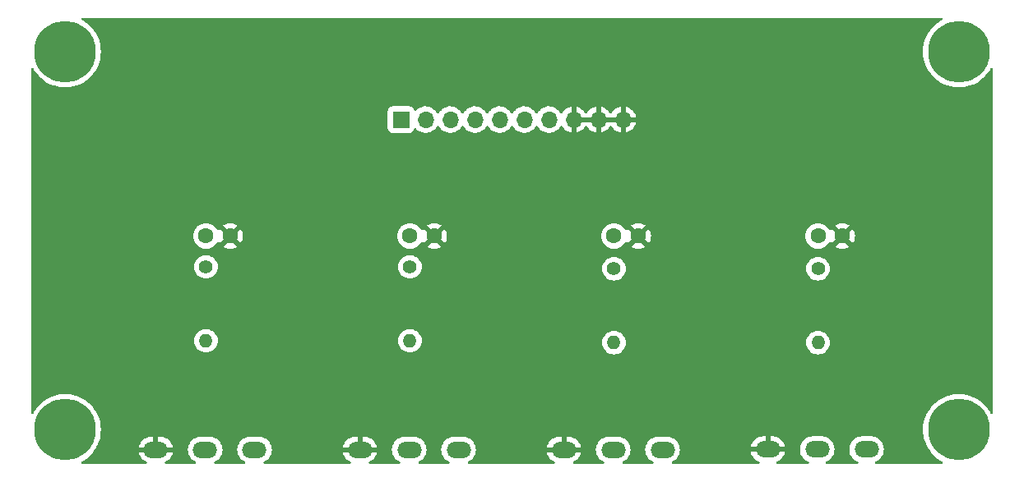
<source format=gbl>
%TF.GenerationSoftware,KiCad,Pcbnew,(6.0.1)*%
%TF.CreationDate,2022-10-03T14:17:53-04:00*%
%TF.ProjectId,MOD-CTL-POTS,4d4f442d-4354-44c2-9d50-4f54532e6b69,rev?*%
%TF.SameCoordinates,Original*%
%TF.FileFunction,Copper,L2,Bot*%
%TF.FilePolarity,Positive*%
%FSLAX46Y46*%
G04 Gerber Fmt 4.6, Leading zero omitted, Abs format (unit mm)*
G04 Created by KiCad (PCBNEW (6.0.1)) date 2022-10-03 14:17:53*
%MOMM*%
%LPD*%
G01*
G04 APERTURE LIST*
%TA.AperFunction,ComponentPad*%
%ADD10C,6.350000*%
%TD*%
%TA.AperFunction,ComponentPad*%
%ADD11C,1.600000*%
%TD*%
%TA.AperFunction,ComponentPad*%
%ADD12C,1.400000*%
%TD*%
%TA.AperFunction,ComponentPad*%
%ADD13O,1.400000X1.400000*%
%TD*%
%TA.AperFunction,ComponentPad*%
%ADD14O,2.540000X1.651000*%
%TD*%
%TA.AperFunction,ComponentPad*%
%ADD15R,1.700000X1.700000*%
%TD*%
%TA.AperFunction,ComponentPad*%
%ADD16O,1.700000X1.700000*%
%TD*%
G04 APERTURE END LIST*
D10*
%TO.P,MTG1,1*%
%TO.N,N/C*%
X94000000Y-83000000D03*
%TD*%
D11*
%TO.P,C4,1*%
%TO.N,/POT4*%
X171500000Y-63000000D03*
%TO.P,C4,2*%
%TO.N,GND*%
X174000000Y-63000000D03*
%TD*%
%TO.P,C3,1*%
%TO.N,/POT3*%
X150500000Y-63000000D03*
%TO.P,C3,2*%
%TO.N,GND*%
X153000000Y-63000000D03*
%TD*%
D12*
%TO.P,R2,1*%
%TO.N,/POT2*%
X129500000Y-66190000D03*
D13*
%TO.P,R2,2*%
%TO.N,Net-(R2-Pad2)*%
X129500000Y-73810000D03*
%TD*%
D14*
%TO.P,RV1,1,1*%
%TO.N,VCC*%
X113500002Y-85039987D03*
%TO.P,RV1,2,2*%
%TO.N,Net-(R1-Pad2)*%
X108420002Y-85039987D03*
%TO.P,RV1,3,3*%
%TO.N,GND*%
X103340002Y-85039987D03*
%TD*%
D10*
%TO.P,MTG3,1*%
%TO.N,N/C*%
X94000000Y-44000000D03*
%TD*%
D15*
%TO.P,J1,1,Pin_1*%
%TO.N,VCC*%
X128575000Y-51000000D03*
D16*
%TO.P,J1,2,Pin_2*%
X131115000Y-51000000D03*
%TO.P,J1,3,Pin_3*%
X133655000Y-51000000D03*
%TO.P,J1,4,Pin_4*%
%TO.N,/POT1*%
X136195000Y-51000000D03*
%TO.P,J1,5,Pin_5*%
%TO.N,/POT2*%
X138735000Y-51000000D03*
%TO.P,J1,6,Pin_6*%
%TO.N,/POT3*%
X141275000Y-51000000D03*
%TO.P,J1,7,Pin_7*%
%TO.N,/POT4*%
X143815000Y-51000000D03*
%TO.P,J1,8,Pin_8*%
%TO.N,GND*%
X146355000Y-51000000D03*
%TO.P,J1,9,Pin_9*%
X148895000Y-51000000D03*
%TO.P,J1,10,Pin_10*%
X151435000Y-51000000D03*
%TD*%
D14*
%TO.P,RV4,1,1*%
%TO.N,VCC*%
X176500003Y-85000008D03*
%TO.P,RV4,2,2*%
%TO.N,Net-(R4-Pad2)*%
X171420003Y-85000008D03*
%TO.P,RV4,3,3*%
%TO.N,GND*%
X166340003Y-85000008D03*
%TD*%
D11*
%TO.P,C1,1*%
%TO.N,/POT1*%
X108500000Y-63000000D03*
%TO.P,C1,2*%
%TO.N,GND*%
X111000000Y-63000000D03*
%TD*%
D14*
%TO.P,RV2,1,1*%
%TO.N,VCC*%
X134500010Y-85039987D03*
%TO.P,RV2,2,2*%
%TO.N,Net-(R2-Pad2)*%
X129420010Y-85039987D03*
%TO.P,RV2,3,3*%
%TO.N,GND*%
X124340010Y-85039987D03*
%TD*%
D12*
%TO.P,R4,1*%
%TO.N,/POT4*%
X171500000Y-66380000D03*
D13*
%TO.P,R4,2*%
%TO.N,Net-(R4-Pad2)*%
X171500000Y-74000000D03*
%TD*%
D14*
%TO.P,RV3,1,1*%
%TO.N,VCC*%
X155499994Y-85039987D03*
%TO.P,RV3,2,2*%
%TO.N,Net-(R3-Pad2)*%
X150419994Y-85039987D03*
%TO.P,RV3,3,3*%
%TO.N,GND*%
X145339994Y-85039987D03*
%TD*%
D12*
%TO.P,R3,1*%
%TO.N,/POT3*%
X150500000Y-66380000D03*
D13*
%TO.P,R3,2*%
%TO.N,Net-(R3-Pad2)*%
X150500000Y-74000000D03*
%TD*%
D11*
%TO.P,C2,1*%
%TO.N,/POT2*%
X129500000Y-63000000D03*
%TO.P,C2,2*%
%TO.N,GND*%
X132000000Y-63000000D03*
%TD*%
D10*
%TO.P,MTG2,1*%
%TO.N,N/C*%
X186000000Y-83000000D03*
%TD*%
%TO.P,MTG4,1*%
%TO.N,N/C*%
X186000000Y-44000000D03*
%TD*%
D12*
%TO.P,R1,1*%
%TO.N,/POT1*%
X108500000Y-66190000D03*
D13*
%TO.P,R1,2*%
%TO.N,Net-(R1-Pad2)*%
X108500000Y-73810000D03*
%TD*%
%TA.AperFunction,Conductor*%
%TO.N,GND*%
G36*
X184283123Y-40528002D02*
G01*
X184329616Y-40581658D01*
X184339720Y-40651932D01*
X184310226Y-40716512D01*
X184272205Y-40746267D01*
X184155723Y-40805618D01*
X183831922Y-41015896D01*
X183531875Y-41258869D01*
X183258869Y-41531875D01*
X183015896Y-41831922D01*
X182805618Y-42155723D01*
X182630337Y-42499730D01*
X182491976Y-42860174D01*
X182392049Y-43233106D01*
X182391533Y-43236367D01*
X182332873Y-43606728D01*
X182331651Y-43614441D01*
X182311445Y-44000000D01*
X182331651Y-44385559D01*
X182392049Y-44766894D01*
X182491976Y-45139826D01*
X182630337Y-45500270D01*
X182631835Y-45503210D01*
X182804119Y-45841335D01*
X182805618Y-45844277D01*
X183015896Y-46168078D01*
X183258869Y-46468125D01*
X183531875Y-46741131D01*
X183831922Y-46984104D01*
X184155722Y-47194382D01*
X184158656Y-47195877D01*
X184158663Y-47195881D01*
X184496790Y-47368165D01*
X184499730Y-47369663D01*
X184860174Y-47508024D01*
X185233106Y-47607951D01*
X185435643Y-47640030D01*
X185611193Y-47667835D01*
X185611201Y-47667836D01*
X185614441Y-47668349D01*
X186000000Y-47688555D01*
X186385559Y-47668349D01*
X186388799Y-47667836D01*
X186388807Y-47667835D01*
X186564357Y-47640030D01*
X186766894Y-47607951D01*
X187139826Y-47508024D01*
X187500270Y-47369663D01*
X187503210Y-47368165D01*
X187841337Y-47195881D01*
X187841344Y-47195877D01*
X187844278Y-47194382D01*
X188168078Y-46984104D01*
X188468125Y-46741131D01*
X188741131Y-46468125D01*
X188984104Y-46168078D01*
X189194382Y-45844277D01*
X189253733Y-45727795D01*
X189302482Y-45676180D01*
X189371397Y-45659114D01*
X189438598Y-45682015D01*
X189482750Y-45737613D01*
X189492000Y-45784998D01*
X189492000Y-81215002D01*
X189471998Y-81283123D01*
X189418342Y-81329616D01*
X189348068Y-81339720D01*
X189283488Y-81310226D01*
X189253733Y-81272205D01*
X189195881Y-81158665D01*
X189194382Y-81155723D01*
X188984104Y-80831922D01*
X188741131Y-80531875D01*
X188468125Y-80258869D01*
X188168078Y-80015896D01*
X187844278Y-79805618D01*
X187841344Y-79804123D01*
X187841337Y-79804119D01*
X187503210Y-79631835D01*
X187500270Y-79630337D01*
X187139826Y-79491976D01*
X186766894Y-79392049D01*
X186564357Y-79359970D01*
X186388807Y-79332165D01*
X186388799Y-79332164D01*
X186385559Y-79331651D01*
X186000000Y-79311445D01*
X185614441Y-79331651D01*
X185611201Y-79332164D01*
X185611193Y-79332165D01*
X185435643Y-79359970D01*
X185233106Y-79392049D01*
X184860174Y-79491976D01*
X184499730Y-79630337D01*
X184496790Y-79631835D01*
X184158664Y-79804119D01*
X184158657Y-79804123D01*
X184155723Y-79805618D01*
X183831922Y-80015896D01*
X183531875Y-80258869D01*
X183258869Y-80531875D01*
X183015896Y-80831922D01*
X182805618Y-81155723D01*
X182804123Y-81158657D01*
X182804119Y-81158664D01*
X182746267Y-81272205D01*
X182630337Y-81499730D01*
X182491976Y-81860174D01*
X182392049Y-82233106D01*
X182331651Y-82614441D01*
X182311445Y-83000000D01*
X182331651Y-83385559D01*
X182332164Y-83388799D01*
X182332165Y-83388807D01*
X182359970Y-83564357D01*
X182392049Y-83766894D01*
X182491976Y-84139826D01*
X182493161Y-84142914D01*
X182493162Y-84142916D01*
X182507103Y-84179233D01*
X182630337Y-84500270D01*
X182631835Y-84503210D01*
X182775918Y-84785987D01*
X182805618Y-84844277D01*
X183015896Y-85168078D01*
X183258869Y-85468125D01*
X183531875Y-85741131D01*
X183831922Y-85984104D01*
X183834697Y-85985906D01*
X184105897Y-86162025D01*
X184155722Y-86194382D01*
X184158656Y-86195877D01*
X184158663Y-86195881D01*
X184272205Y-86253733D01*
X184323820Y-86302481D01*
X184340886Y-86371396D01*
X184317985Y-86438598D01*
X184262388Y-86482750D01*
X184215002Y-86492000D01*
X177469780Y-86492000D01*
X177401659Y-86471998D01*
X177355166Y-86418342D01*
X177345062Y-86348068D01*
X177374556Y-86283488D01*
X177416530Y-86251805D01*
X177609064Y-86162025D01*
X177609069Y-86162022D01*
X177614051Y-86159699D01*
X177743650Y-86068953D01*
X177800746Y-86028974D01*
X177800749Y-86028972D01*
X177805257Y-86025815D01*
X177970310Y-85860762D01*
X178076201Y-85709535D01*
X178101037Y-85674065D01*
X178101038Y-85674063D01*
X178104194Y-85669556D01*
X178106517Y-85664574D01*
X178106520Y-85664569D01*
X178200519Y-85462988D01*
X178200520Y-85462986D01*
X178202842Y-85458006D01*
X178246791Y-85293987D01*
X178261831Y-85237855D01*
X178261831Y-85237853D01*
X178263255Y-85232540D01*
X178283599Y-85000008D01*
X178263255Y-84767476D01*
X178256732Y-84743132D01*
X178204265Y-84547320D01*
X178204264Y-84547318D01*
X178202842Y-84542010D01*
X178181940Y-84497185D01*
X178106520Y-84335447D01*
X178106517Y-84335442D01*
X178104194Y-84330460D01*
X178001688Y-84184066D01*
X177973469Y-84143765D01*
X177973467Y-84143762D01*
X177970310Y-84139254D01*
X177805257Y-83974201D01*
X177800749Y-83971044D01*
X177800746Y-83971042D01*
X177618560Y-83843474D01*
X177618558Y-83843473D01*
X177614051Y-83840317D01*
X177609069Y-83837994D01*
X177609064Y-83837991D01*
X177407483Y-83743992D01*
X177407481Y-83743991D01*
X177402501Y-83741669D01*
X177397193Y-83740247D01*
X177397191Y-83740246D01*
X177182350Y-83682680D01*
X177182348Y-83682680D01*
X177177035Y-83681256D01*
X177075452Y-83672369D01*
X177005474Y-83666246D01*
X177005467Y-83666246D01*
X177002750Y-83666008D01*
X175997256Y-83666008D01*
X175994539Y-83666246D01*
X175994532Y-83666246D01*
X175924554Y-83672369D01*
X175822971Y-83681256D01*
X175817658Y-83682680D01*
X175817656Y-83682680D01*
X175602815Y-83740246D01*
X175602813Y-83740247D01*
X175597505Y-83741669D01*
X175592525Y-83743991D01*
X175592523Y-83743992D01*
X175390942Y-83837991D01*
X175390937Y-83837994D01*
X175385955Y-83840317D01*
X175381448Y-83843473D01*
X175381446Y-83843474D01*
X175199260Y-83971042D01*
X175199257Y-83971044D01*
X175194749Y-83974201D01*
X175029696Y-84139254D01*
X175026539Y-84143762D01*
X175026537Y-84143765D01*
X174998318Y-84184066D01*
X174895812Y-84330460D01*
X174893489Y-84335442D01*
X174893486Y-84335447D01*
X174818066Y-84497185D01*
X174797164Y-84542010D01*
X174795742Y-84547318D01*
X174795741Y-84547320D01*
X174743274Y-84743132D01*
X174736751Y-84767476D01*
X174716407Y-85000008D01*
X174736751Y-85232540D01*
X174738175Y-85237853D01*
X174738175Y-85237855D01*
X174753216Y-85293987D01*
X174797164Y-85458006D01*
X174799486Y-85462986D01*
X174799487Y-85462988D01*
X174893486Y-85664569D01*
X174893489Y-85664574D01*
X174895812Y-85669556D01*
X174898968Y-85674063D01*
X174898969Y-85674065D01*
X174923806Y-85709535D01*
X175029696Y-85860762D01*
X175194749Y-86025815D01*
X175199257Y-86028972D01*
X175199260Y-86028974D01*
X175256356Y-86068953D01*
X175385955Y-86159699D01*
X175390937Y-86162022D01*
X175390942Y-86162025D01*
X175583476Y-86251805D01*
X175636761Y-86298723D01*
X175656222Y-86367000D01*
X175635680Y-86434960D01*
X175581657Y-86481025D01*
X175530226Y-86492000D01*
X172389780Y-86492000D01*
X172321659Y-86471998D01*
X172275166Y-86418342D01*
X172265062Y-86348068D01*
X172294556Y-86283488D01*
X172336530Y-86251805D01*
X172529064Y-86162025D01*
X172529069Y-86162022D01*
X172534051Y-86159699D01*
X172663650Y-86068953D01*
X172720746Y-86028974D01*
X172720749Y-86028972D01*
X172725257Y-86025815D01*
X172890310Y-85860762D01*
X172996201Y-85709535D01*
X173021037Y-85674065D01*
X173021038Y-85674063D01*
X173024194Y-85669556D01*
X173026517Y-85664574D01*
X173026520Y-85664569D01*
X173120519Y-85462988D01*
X173120520Y-85462986D01*
X173122842Y-85458006D01*
X173166791Y-85293987D01*
X173181831Y-85237855D01*
X173181831Y-85237853D01*
X173183255Y-85232540D01*
X173203599Y-85000008D01*
X173183255Y-84767476D01*
X173176732Y-84743132D01*
X173124265Y-84547320D01*
X173124264Y-84547318D01*
X173122842Y-84542010D01*
X173101940Y-84497185D01*
X173026520Y-84335447D01*
X173026517Y-84335442D01*
X173024194Y-84330460D01*
X172921688Y-84184066D01*
X172893469Y-84143765D01*
X172893467Y-84143762D01*
X172890310Y-84139254D01*
X172725257Y-83974201D01*
X172720749Y-83971044D01*
X172720746Y-83971042D01*
X172538560Y-83843474D01*
X172538558Y-83843473D01*
X172534051Y-83840317D01*
X172529069Y-83837994D01*
X172529064Y-83837991D01*
X172327483Y-83743992D01*
X172327481Y-83743991D01*
X172322501Y-83741669D01*
X172317193Y-83740247D01*
X172317191Y-83740246D01*
X172102350Y-83682680D01*
X172102348Y-83682680D01*
X172097035Y-83681256D01*
X171995452Y-83672369D01*
X171925474Y-83666246D01*
X171925467Y-83666246D01*
X171922750Y-83666008D01*
X170917256Y-83666008D01*
X170914539Y-83666246D01*
X170914532Y-83666246D01*
X170844554Y-83672369D01*
X170742971Y-83681256D01*
X170737658Y-83682680D01*
X170737656Y-83682680D01*
X170522815Y-83740246D01*
X170522813Y-83740247D01*
X170517505Y-83741669D01*
X170512525Y-83743991D01*
X170512523Y-83743992D01*
X170310942Y-83837991D01*
X170310937Y-83837994D01*
X170305955Y-83840317D01*
X170301448Y-83843473D01*
X170301446Y-83843474D01*
X170119260Y-83971042D01*
X170119257Y-83971044D01*
X170114749Y-83974201D01*
X169949696Y-84139254D01*
X169946539Y-84143762D01*
X169946537Y-84143765D01*
X169918318Y-84184066D01*
X169815812Y-84330460D01*
X169813489Y-84335442D01*
X169813486Y-84335447D01*
X169738066Y-84497185D01*
X169717164Y-84542010D01*
X169715742Y-84547318D01*
X169715741Y-84547320D01*
X169663274Y-84743132D01*
X169656751Y-84767476D01*
X169636407Y-85000008D01*
X169656751Y-85232540D01*
X169658175Y-85237853D01*
X169658175Y-85237855D01*
X169673216Y-85293987D01*
X169717164Y-85458006D01*
X169719486Y-85462986D01*
X169719487Y-85462988D01*
X169813486Y-85664569D01*
X169813489Y-85664574D01*
X169815812Y-85669556D01*
X169818968Y-85674063D01*
X169818969Y-85674065D01*
X169843806Y-85709535D01*
X169949696Y-85860762D01*
X170114749Y-86025815D01*
X170119257Y-86028972D01*
X170119260Y-86028974D01*
X170176356Y-86068953D01*
X170305955Y-86159699D01*
X170310937Y-86162022D01*
X170310942Y-86162025D01*
X170503476Y-86251805D01*
X170556761Y-86298723D01*
X170576222Y-86367000D01*
X170555680Y-86434960D01*
X170501657Y-86481025D01*
X170450226Y-86492000D01*
X167308596Y-86492000D01*
X167240475Y-86471998D01*
X167193982Y-86418342D01*
X167183878Y-86348068D01*
X167213372Y-86283488D01*
X167255346Y-86251805D01*
X167448813Y-86161590D01*
X167458309Y-86156107D01*
X167640424Y-86028589D01*
X167648832Y-86021533D01*
X167806028Y-85864337D01*
X167813084Y-85855929D01*
X167940602Y-85673814D01*
X167946085Y-85664318D01*
X168040047Y-85462816D01*
X168043793Y-85452524D01*
X168092297Y-85271505D01*
X168091961Y-85257409D01*
X168084019Y-85254008D01*
X164601136Y-85254008D01*
X164587605Y-85257981D01*
X164586376Y-85266530D01*
X164636213Y-85452524D01*
X164639959Y-85462816D01*
X164733921Y-85664318D01*
X164739404Y-85673814D01*
X164866922Y-85855929D01*
X164873978Y-85864337D01*
X165031174Y-86021533D01*
X165039582Y-86028589D01*
X165221697Y-86156107D01*
X165231193Y-86161590D01*
X165424660Y-86251805D01*
X165477945Y-86298722D01*
X165497406Y-86367000D01*
X165476864Y-86434960D01*
X165422841Y-86481025D01*
X165371410Y-86492000D01*
X156555506Y-86492000D01*
X156487385Y-86471998D01*
X156440892Y-86418342D01*
X156430788Y-86348068D01*
X156460282Y-86283488D01*
X156502256Y-86251805D01*
X156609055Y-86202004D01*
X156609060Y-86202001D01*
X156614042Y-86199678D01*
X156619465Y-86195881D01*
X156800737Y-86068953D01*
X156800740Y-86068951D01*
X156805248Y-86065794D01*
X156970301Y-85900741D01*
X156995792Y-85864337D01*
X157101028Y-85714044D01*
X157101029Y-85714042D01*
X157104185Y-85709535D01*
X157106508Y-85704553D01*
X157106511Y-85704548D01*
X157200510Y-85502967D01*
X157200511Y-85502965D01*
X157202833Y-85497985D01*
X157212211Y-85462988D01*
X157261822Y-85277834D01*
X157261822Y-85277832D01*
X157263246Y-85272519D01*
X157283590Y-85039987D01*
X157263246Y-84807455D01*
X157256723Y-84783111D01*
X157242093Y-84728511D01*
X164587709Y-84728511D01*
X164588045Y-84742607D01*
X164595987Y-84746008D01*
X166067888Y-84746008D01*
X166083127Y-84741533D01*
X166084332Y-84740143D01*
X166086003Y-84732460D01*
X166086003Y-84727893D01*
X166594003Y-84727893D01*
X166598478Y-84743132D01*
X166599868Y-84744337D01*
X166607551Y-84746008D01*
X168078870Y-84746008D01*
X168092401Y-84742035D01*
X168093630Y-84733486D01*
X168043793Y-84547492D01*
X168040047Y-84537200D01*
X167946085Y-84335698D01*
X167940602Y-84326202D01*
X167813084Y-84144087D01*
X167806028Y-84135679D01*
X167648832Y-83978483D01*
X167640424Y-83971427D01*
X167458309Y-83843909D01*
X167448813Y-83838426D01*
X167247311Y-83744464D01*
X167237019Y-83740718D01*
X167022260Y-83683174D01*
X167011467Y-83681271D01*
X166845453Y-83666746D01*
X166839988Y-83666508D01*
X166612118Y-83666508D01*
X166596879Y-83670983D01*
X166595674Y-83672373D01*
X166594003Y-83680056D01*
X166594003Y-84727893D01*
X166086003Y-84727893D01*
X166086003Y-83684623D01*
X166081528Y-83669384D01*
X166080138Y-83668179D01*
X166072455Y-83666508D01*
X165840018Y-83666508D01*
X165834553Y-83666746D01*
X165668539Y-83681271D01*
X165657746Y-83683174D01*
X165442987Y-83740718D01*
X165432695Y-83744464D01*
X165231193Y-83838426D01*
X165221697Y-83843909D01*
X165039582Y-83971427D01*
X165031174Y-83978483D01*
X164873978Y-84135679D01*
X164866922Y-84144087D01*
X164739404Y-84326202D01*
X164733921Y-84335698D01*
X164639959Y-84537200D01*
X164636213Y-84547492D01*
X164587709Y-84728511D01*
X157242093Y-84728511D01*
X157204256Y-84587299D01*
X157204255Y-84587297D01*
X157202833Y-84581989D01*
X157186747Y-84547492D01*
X157106511Y-84375426D01*
X157106508Y-84375421D01*
X157104185Y-84370439D01*
X157079859Y-84335698D01*
X156973460Y-84183744D01*
X156973458Y-84183741D01*
X156970301Y-84179233D01*
X156805248Y-84014180D01*
X156800740Y-84011023D01*
X156800737Y-84011021D01*
X156618551Y-83883453D01*
X156618549Y-83883452D01*
X156614042Y-83880296D01*
X156609060Y-83877973D01*
X156609055Y-83877970D01*
X156407474Y-83783971D01*
X156407472Y-83783970D01*
X156402492Y-83781648D01*
X156397184Y-83780226D01*
X156397182Y-83780225D01*
X156182341Y-83722659D01*
X156182339Y-83722659D01*
X156177026Y-83721235D01*
X156075443Y-83712348D01*
X156005465Y-83706225D01*
X156005458Y-83706225D01*
X156002741Y-83705987D01*
X154997247Y-83705987D01*
X154994530Y-83706225D01*
X154994523Y-83706225D01*
X154924545Y-83712348D01*
X154822962Y-83721235D01*
X154817649Y-83722659D01*
X154817647Y-83722659D01*
X154602806Y-83780225D01*
X154602804Y-83780226D01*
X154597496Y-83781648D01*
X154592516Y-83783970D01*
X154592514Y-83783971D01*
X154390933Y-83877970D01*
X154390928Y-83877973D01*
X154385946Y-83880296D01*
X154381439Y-83883452D01*
X154381437Y-83883453D01*
X154199251Y-84011021D01*
X154199248Y-84011023D01*
X154194740Y-84014180D01*
X154029687Y-84179233D01*
X154026530Y-84183741D01*
X154026528Y-84183744D01*
X153920129Y-84335698D01*
X153895803Y-84370439D01*
X153893480Y-84375421D01*
X153893477Y-84375426D01*
X153813241Y-84547492D01*
X153797155Y-84581989D01*
X153795733Y-84587297D01*
X153795732Y-84587299D01*
X153743265Y-84783111D01*
X153736742Y-84807455D01*
X153716398Y-85039987D01*
X153736742Y-85272519D01*
X153738166Y-85277832D01*
X153738166Y-85277834D01*
X153787778Y-85462988D01*
X153797155Y-85497985D01*
X153799477Y-85502965D01*
X153799478Y-85502967D01*
X153893477Y-85704548D01*
X153893480Y-85704553D01*
X153895803Y-85709535D01*
X153898959Y-85714042D01*
X153898960Y-85714044D01*
X154004197Y-85864337D01*
X154029687Y-85900741D01*
X154194740Y-86065794D01*
X154199248Y-86068951D01*
X154199251Y-86068953D01*
X154380523Y-86195881D01*
X154385946Y-86199678D01*
X154390928Y-86202001D01*
X154390933Y-86202004D01*
X154497732Y-86251805D01*
X154551017Y-86298723D01*
X154570478Y-86367000D01*
X154549936Y-86434960D01*
X154495913Y-86481025D01*
X154444482Y-86492000D01*
X151475506Y-86492000D01*
X151407385Y-86471998D01*
X151360892Y-86418342D01*
X151350788Y-86348068D01*
X151380282Y-86283488D01*
X151422256Y-86251805D01*
X151529055Y-86202004D01*
X151529060Y-86202001D01*
X151534042Y-86199678D01*
X151539465Y-86195881D01*
X151720737Y-86068953D01*
X151720740Y-86068951D01*
X151725248Y-86065794D01*
X151890301Y-85900741D01*
X151915792Y-85864337D01*
X152021028Y-85714044D01*
X152021029Y-85714042D01*
X152024185Y-85709535D01*
X152026508Y-85704553D01*
X152026511Y-85704548D01*
X152120510Y-85502967D01*
X152120511Y-85502965D01*
X152122833Y-85497985D01*
X152132211Y-85462988D01*
X152181822Y-85277834D01*
X152181822Y-85277832D01*
X152183246Y-85272519D01*
X152203590Y-85039987D01*
X152183246Y-84807455D01*
X152176723Y-84783111D01*
X152124256Y-84587299D01*
X152124255Y-84587297D01*
X152122833Y-84581989D01*
X152106747Y-84547492D01*
X152026511Y-84375426D01*
X152026508Y-84375421D01*
X152024185Y-84370439D01*
X151999859Y-84335698D01*
X151893460Y-84183744D01*
X151893458Y-84183741D01*
X151890301Y-84179233D01*
X151725248Y-84014180D01*
X151720740Y-84011023D01*
X151720737Y-84011021D01*
X151538551Y-83883453D01*
X151538549Y-83883452D01*
X151534042Y-83880296D01*
X151529060Y-83877973D01*
X151529055Y-83877970D01*
X151327474Y-83783971D01*
X151327472Y-83783970D01*
X151322492Y-83781648D01*
X151317184Y-83780226D01*
X151317182Y-83780225D01*
X151102341Y-83722659D01*
X151102339Y-83722659D01*
X151097026Y-83721235D01*
X150995443Y-83712348D01*
X150925465Y-83706225D01*
X150925458Y-83706225D01*
X150922741Y-83705987D01*
X149917247Y-83705987D01*
X149914530Y-83706225D01*
X149914523Y-83706225D01*
X149844545Y-83712348D01*
X149742962Y-83721235D01*
X149737649Y-83722659D01*
X149737647Y-83722659D01*
X149522806Y-83780225D01*
X149522804Y-83780226D01*
X149517496Y-83781648D01*
X149512516Y-83783970D01*
X149512514Y-83783971D01*
X149310933Y-83877970D01*
X149310928Y-83877973D01*
X149305946Y-83880296D01*
X149301439Y-83883452D01*
X149301437Y-83883453D01*
X149119251Y-84011021D01*
X149119248Y-84011023D01*
X149114740Y-84014180D01*
X148949687Y-84179233D01*
X148946530Y-84183741D01*
X148946528Y-84183744D01*
X148840129Y-84335698D01*
X148815803Y-84370439D01*
X148813480Y-84375421D01*
X148813477Y-84375426D01*
X148733241Y-84547492D01*
X148717155Y-84581989D01*
X148715733Y-84587297D01*
X148715732Y-84587299D01*
X148663265Y-84783111D01*
X148656742Y-84807455D01*
X148636398Y-85039987D01*
X148656742Y-85272519D01*
X148658166Y-85277832D01*
X148658166Y-85277834D01*
X148707778Y-85462988D01*
X148717155Y-85497985D01*
X148719477Y-85502965D01*
X148719478Y-85502967D01*
X148813477Y-85704548D01*
X148813480Y-85704553D01*
X148815803Y-85709535D01*
X148818959Y-85714042D01*
X148818960Y-85714044D01*
X148924197Y-85864337D01*
X148949687Y-85900741D01*
X149114740Y-86065794D01*
X149119248Y-86068951D01*
X149119251Y-86068953D01*
X149300523Y-86195881D01*
X149305946Y-86199678D01*
X149310928Y-86202001D01*
X149310933Y-86202004D01*
X149417732Y-86251805D01*
X149471017Y-86298723D01*
X149490478Y-86367000D01*
X149469936Y-86434960D01*
X149415913Y-86481025D01*
X149364482Y-86492000D01*
X146394322Y-86492000D01*
X146326201Y-86471998D01*
X146279708Y-86418342D01*
X146269604Y-86348068D01*
X146299098Y-86283488D01*
X146341072Y-86251805D01*
X146448804Y-86201569D01*
X146458300Y-86196086D01*
X146640415Y-86068568D01*
X146648823Y-86061512D01*
X146806019Y-85904316D01*
X146813075Y-85895908D01*
X146940593Y-85713793D01*
X146946076Y-85704297D01*
X147040038Y-85502795D01*
X147043784Y-85492503D01*
X147092288Y-85311484D01*
X147091952Y-85297388D01*
X147084010Y-85293987D01*
X143601127Y-85293987D01*
X143587596Y-85297960D01*
X143586367Y-85306509D01*
X143636204Y-85492503D01*
X143639950Y-85502795D01*
X143733912Y-85704297D01*
X143739395Y-85713793D01*
X143866913Y-85895908D01*
X143873969Y-85904316D01*
X144031165Y-86061512D01*
X144039573Y-86068568D01*
X144221688Y-86196086D01*
X144231184Y-86201569D01*
X144338916Y-86251805D01*
X144392201Y-86298723D01*
X144411662Y-86367000D01*
X144391120Y-86434960D01*
X144337097Y-86481025D01*
X144285666Y-86492000D01*
X135555522Y-86492000D01*
X135487401Y-86471998D01*
X135440908Y-86418342D01*
X135430804Y-86348068D01*
X135460298Y-86283488D01*
X135502272Y-86251805D01*
X135609071Y-86202004D01*
X135609076Y-86202001D01*
X135614058Y-86199678D01*
X135619481Y-86195881D01*
X135800753Y-86068953D01*
X135800756Y-86068951D01*
X135805264Y-86065794D01*
X135970317Y-85900741D01*
X135995808Y-85864337D01*
X136101044Y-85714044D01*
X136101045Y-85714042D01*
X136104201Y-85709535D01*
X136106524Y-85704553D01*
X136106527Y-85704548D01*
X136200526Y-85502967D01*
X136200527Y-85502965D01*
X136202849Y-85497985D01*
X136212227Y-85462988D01*
X136261838Y-85277834D01*
X136261838Y-85277832D01*
X136263262Y-85272519D01*
X136283606Y-85039987D01*
X136263262Y-84807455D01*
X136256739Y-84783111D01*
X136252821Y-84768490D01*
X143587700Y-84768490D01*
X143588036Y-84782586D01*
X143595978Y-84785987D01*
X145067879Y-84785987D01*
X145083118Y-84781512D01*
X145084323Y-84780122D01*
X145085994Y-84772439D01*
X145085994Y-84767872D01*
X145593994Y-84767872D01*
X145598469Y-84783111D01*
X145599859Y-84784316D01*
X145607542Y-84785987D01*
X147078861Y-84785987D01*
X147092392Y-84782014D01*
X147093621Y-84773465D01*
X147043784Y-84587471D01*
X147040038Y-84577179D01*
X146946076Y-84375677D01*
X146940593Y-84366181D01*
X146813075Y-84184066D01*
X146806019Y-84175658D01*
X146648823Y-84018462D01*
X146640415Y-84011406D01*
X146458300Y-83883888D01*
X146448804Y-83878405D01*
X146247302Y-83784443D01*
X146237010Y-83780697D01*
X146022251Y-83723153D01*
X146011458Y-83721250D01*
X145845444Y-83706725D01*
X145839979Y-83706487D01*
X145612109Y-83706487D01*
X145596870Y-83710962D01*
X145595665Y-83712352D01*
X145593994Y-83720035D01*
X145593994Y-84767872D01*
X145085994Y-84767872D01*
X145085994Y-83724602D01*
X145081519Y-83709363D01*
X145080129Y-83708158D01*
X145072446Y-83706487D01*
X144840009Y-83706487D01*
X144834544Y-83706725D01*
X144668530Y-83721250D01*
X144657737Y-83723153D01*
X144442978Y-83780697D01*
X144432686Y-83784443D01*
X144231184Y-83878405D01*
X144221688Y-83883888D01*
X144039573Y-84011406D01*
X144031165Y-84018462D01*
X143873969Y-84175658D01*
X143866913Y-84184066D01*
X143739395Y-84366181D01*
X143733912Y-84375677D01*
X143639950Y-84577179D01*
X143636204Y-84587471D01*
X143587700Y-84768490D01*
X136252821Y-84768490D01*
X136204272Y-84587299D01*
X136204271Y-84587297D01*
X136202849Y-84581989D01*
X136186763Y-84547492D01*
X136106527Y-84375426D01*
X136106524Y-84375421D01*
X136104201Y-84370439D01*
X136079875Y-84335698D01*
X135973476Y-84183744D01*
X135973474Y-84183741D01*
X135970317Y-84179233D01*
X135805264Y-84014180D01*
X135800756Y-84011023D01*
X135800753Y-84011021D01*
X135618567Y-83883453D01*
X135618565Y-83883452D01*
X135614058Y-83880296D01*
X135609076Y-83877973D01*
X135609071Y-83877970D01*
X135407490Y-83783971D01*
X135407488Y-83783970D01*
X135402508Y-83781648D01*
X135397200Y-83780226D01*
X135397198Y-83780225D01*
X135182357Y-83722659D01*
X135182355Y-83722659D01*
X135177042Y-83721235D01*
X135075459Y-83712348D01*
X135005481Y-83706225D01*
X135005474Y-83706225D01*
X135002757Y-83705987D01*
X133997263Y-83705987D01*
X133994546Y-83706225D01*
X133994539Y-83706225D01*
X133924561Y-83712348D01*
X133822978Y-83721235D01*
X133817665Y-83722659D01*
X133817663Y-83722659D01*
X133602822Y-83780225D01*
X133602820Y-83780226D01*
X133597512Y-83781648D01*
X133592532Y-83783970D01*
X133592530Y-83783971D01*
X133390949Y-83877970D01*
X133390944Y-83877973D01*
X133385962Y-83880296D01*
X133381455Y-83883452D01*
X133381453Y-83883453D01*
X133199267Y-84011021D01*
X133199264Y-84011023D01*
X133194756Y-84014180D01*
X133029703Y-84179233D01*
X133026546Y-84183741D01*
X133026544Y-84183744D01*
X132920145Y-84335698D01*
X132895819Y-84370439D01*
X132893496Y-84375421D01*
X132893493Y-84375426D01*
X132813257Y-84547492D01*
X132797171Y-84581989D01*
X132795749Y-84587297D01*
X132795748Y-84587299D01*
X132743281Y-84783111D01*
X132736758Y-84807455D01*
X132716414Y-85039987D01*
X132736758Y-85272519D01*
X132738182Y-85277832D01*
X132738182Y-85277834D01*
X132787794Y-85462988D01*
X132797171Y-85497985D01*
X132799493Y-85502965D01*
X132799494Y-85502967D01*
X132893493Y-85704548D01*
X132893496Y-85704553D01*
X132895819Y-85709535D01*
X132898975Y-85714042D01*
X132898976Y-85714044D01*
X133004213Y-85864337D01*
X133029703Y-85900741D01*
X133194756Y-86065794D01*
X133199264Y-86068951D01*
X133199267Y-86068953D01*
X133380539Y-86195881D01*
X133385962Y-86199678D01*
X133390944Y-86202001D01*
X133390949Y-86202004D01*
X133497748Y-86251805D01*
X133551033Y-86298723D01*
X133570494Y-86367000D01*
X133549952Y-86434960D01*
X133495929Y-86481025D01*
X133444498Y-86492000D01*
X130475522Y-86492000D01*
X130407401Y-86471998D01*
X130360908Y-86418342D01*
X130350804Y-86348068D01*
X130380298Y-86283488D01*
X130422272Y-86251805D01*
X130529071Y-86202004D01*
X130529076Y-86202001D01*
X130534058Y-86199678D01*
X130539481Y-86195881D01*
X130720753Y-86068953D01*
X130720756Y-86068951D01*
X130725264Y-86065794D01*
X130890317Y-85900741D01*
X130915808Y-85864337D01*
X131021044Y-85714044D01*
X131021045Y-85714042D01*
X131024201Y-85709535D01*
X131026524Y-85704553D01*
X131026527Y-85704548D01*
X131120526Y-85502967D01*
X131120527Y-85502965D01*
X131122849Y-85497985D01*
X131132227Y-85462988D01*
X131181838Y-85277834D01*
X131181838Y-85277832D01*
X131183262Y-85272519D01*
X131203606Y-85039987D01*
X131183262Y-84807455D01*
X131176739Y-84783111D01*
X131124272Y-84587299D01*
X131124271Y-84587297D01*
X131122849Y-84581989D01*
X131106763Y-84547492D01*
X131026527Y-84375426D01*
X131026524Y-84375421D01*
X131024201Y-84370439D01*
X130999875Y-84335698D01*
X130893476Y-84183744D01*
X130893474Y-84183741D01*
X130890317Y-84179233D01*
X130725264Y-84014180D01*
X130720756Y-84011023D01*
X130720753Y-84011021D01*
X130538567Y-83883453D01*
X130538565Y-83883452D01*
X130534058Y-83880296D01*
X130529076Y-83877973D01*
X130529071Y-83877970D01*
X130327490Y-83783971D01*
X130327488Y-83783970D01*
X130322508Y-83781648D01*
X130317200Y-83780226D01*
X130317198Y-83780225D01*
X130102357Y-83722659D01*
X130102355Y-83722659D01*
X130097042Y-83721235D01*
X129995459Y-83712348D01*
X129925481Y-83706225D01*
X129925474Y-83706225D01*
X129922757Y-83705987D01*
X128917263Y-83705987D01*
X128914546Y-83706225D01*
X128914539Y-83706225D01*
X128844561Y-83712348D01*
X128742978Y-83721235D01*
X128737665Y-83722659D01*
X128737663Y-83722659D01*
X128522822Y-83780225D01*
X128522820Y-83780226D01*
X128517512Y-83781648D01*
X128512532Y-83783970D01*
X128512530Y-83783971D01*
X128310949Y-83877970D01*
X128310944Y-83877973D01*
X128305962Y-83880296D01*
X128301455Y-83883452D01*
X128301453Y-83883453D01*
X128119267Y-84011021D01*
X128119264Y-84011023D01*
X128114756Y-84014180D01*
X127949703Y-84179233D01*
X127946546Y-84183741D01*
X127946544Y-84183744D01*
X127840145Y-84335698D01*
X127815819Y-84370439D01*
X127813496Y-84375421D01*
X127813493Y-84375426D01*
X127733257Y-84547492D01*
X127717171Y-84581989D01*
X127715749Y-84587297D01*
X127715748Y-84587299D01*
X127663281Y-84783111D01*
X127656758Y-84807455D01*
X127636414Y-85039987D01*
X127656758Y-85272519D01*
X127658182Y-85277832D01*
X127658182Y-85277834D01*
X127707794Y-85462988D01*
X127717171Y-85497985D01*
X127719493Y-85502965D01*
X127719494Y-85502967D01*
X127813493Y-85704548D01*
X127813496Y-85704553D01*
X127815819Y-85709535D01*
X127818975Y-85714042D01*
X127818976Y-85714044D01*
X127924213Y-85864337D01*
X127949703Y-85900741D01*
X128114756Y-86065794D01*
X128119264Y-86068951D01*
X128119267Y-86068953D01*
X128300539Y-86195881D01*
X128305962Y-86199678D01*
X128310944Y-86202001D01*
X128310949Y-86202004D01*
X128417748Y-86251805D01*
X128471033Y-86298723D01*
X128490494Y-86367000D01*
X128469952Y-86434960D01*
X128415929Y-86481025D01*
X128364498Y-86492000D01*
X125394338Y-86492000D01*
X125326217Y-86471998D01*
X125279724Y-86418342D01*
X125269620Y-86348068D01*
X125299114Y-86283488D01*
X125341088Y-86251805D01*
X125448820Y-86201569D01*
X125458316Y-86196086D01*
X125640431Y-86068568D01*
X125648839Y-86061512D01*
X125806035Y-85904316D01*
X125813091Y-85895908D01*
X125940609Y-85713793D01*
X125946092Y-85704297D01*
X126040054Y-85502795D01*
X126043800Y-85492503D01*
X126092304Y-85311484D01*
X126091968Y-85297388D01*
X126084026Y-85293987D01*
X122601143Y-85293987D01*
X122587612Y-85297960D01*
X122586383Y-85306509D01*
X122636220Y-85492503D01*
X122639966Y-85502795D01*
X122733928Y-85704297D01*
X122739411Y-85713793D01*
X122866929Y-85895908D01*
X122873985Y-85904316D01*
X123031181Y-86061512D01*
X123039589Y-86068568D01*
X123221704Y-86196086D01*
X123231200Y-86201569D01*
X123338932Y-86251805D01*
X123392217Y-86298723D01*
X123411678Y-86367000D01*
X123391136Y-86434960D01*
X123337113Y-86481025D01*
X123285682Y-86492000D01*
X114555514Y-86492000D01*
X114487393Y-86471998D01*
X114440900Y-86418342D01*
X114430796Y-86348068D01*
X114460290Y-86283488D01*
X114502264Y-86251805D01*
X114609063Y-86202004D01*
X114609068Y-86202001D01*
X114614050Y-86199678D01*
X114619473Y-86195881D01*
X114800745Y-86068953D01*
X114800748Y-86068951D01*
X114805256Y-86065794D01*
X114970309Y-85900741D01*
X114995800Y-85864337D01*
X115101036Y-85714044D01*
X115101037Y-85714042D01*
X115104193Y-85709535D01*
X115106516Y-85704553D01*
X115106519Y-85704548D01*
X115200518Y-85502967D01*
X115200519Y-85502965D01*
X115202841Y-85497985D01*
X115212219Y-85462988D01*
X115261830Y-85277834D01*
X115261830Y-85277832D01*
X115263254Y-85272519D01*
X115283598Y-85039987D01*
X115263254Y-84807455D01*
X115256731Y-84783111D01*
X115252813Y-84768490D01*
X122587716Y-84768490D01*
X122588052Y-84782586D01*
X122595994Y-84785987D01*
X124067895Y-84785987D01*
X124083134Y-84781512D01*
X124084339Y-84780122D01*
X124086010Y-84772439D01*
X124086010Y-84767872D01*
X124594010Y-84767872D01*
X124598485Y-84783111D01*
X124599875Y-84784316D01*
X124607558Y-84785987D01*
X126078877Y-84785987D01*
X126092408Y-84782014D01*
X126093637Y-84773465D01*
X126043800Y-84587471D01*
X126040054Y-84577179D01*
X125946092Y-84375677D01*
X125940609Y-84366181D01*
X125813091Y-84184066D01*
X125806035Y-84175658D01*
X125648839Y-84018462D01*
X125640431Y-84011406D01*
X125458316Y-83883888D01*
X125448820Y-83878405D01*
X125247318Y-83784443D01*
X125237026Y-83780697D01*
X125022267Y-83723153D01*
X125011474Y-83721250D01*
X124845460Y-83706725D01*
X124839995Y-83706487D01*
X124612125Y-83706487D01*
X124596886Y-83710962D01*
X124595681Y-83712352D01*
X124594010Y-83720035D01*
X124594010Y-84767872D01*
X124086010Y-84767872D01*
X124086010Y-83724602D01*
X124081535Y-83709363D01*
X124080145Y-83708158D01*
X124072462Y-83706487D01*
X123840025Y-83706487D01*
X123834560Y-83706725D01*
X123668546Y-83721250D01*
X123657753Y-83723153D01*
X123442994Y-83780697D01*
X123432702Y-83784443D01*
X123231200Y-83878405D01*
X123221704Y-83883888D01*
X123039589Y-84011406D01*
X123031181Y-84018462D01*
X122873985Y-84175658D01*
X122866929Y-84184066D01*
X122739411Y-84366181D01*
X122733928Y-84375677D01*
X122639966Y-84577179D01*
X122636220Y-84587471D01*
X122587716Y-84768490D01*
X115252813Y-84768490D01*
X115204264Y-84587299D01*
X115204263Y-84587297D01*
X115202841Y-84581989D01*
X115186755Y-84547492D01*
X115106519Y-84375426D01*
X115106516Y-84375421D01*
X115104193Y-84370439D01*
X115079867Y-84335698D01*
X114973468Y-84183744D01*
X114973466Y-84183741D01*
X114970309Y-84179233D01*
X114805256Y-84014180D01*
X114800748Y-84011023D01*
X114800745Y-84011021D01*
X114618559Y-83883453D01*
X114618557Y-83883452D01*
X114614050Y-83880296D01*
X114609068Y-83877973D01*
X114609063Y-83877970D01*
X114407482Y-83783971D01*
X114407480Y-83783970D01*
X114402500Y-83781648D01*
X114397192Y-83780226D01*
X114397190Y-83780225D01*
X114182349Y-83722659D01*
X114182347Y-83722659D01*
X114177034Y-83721235D01*
X114075451Y-83712348D01*
X114005473Y-83706225D01*
X114005466Y-83706225D01*
X114002749Y-83705987D01*
X112997255Y-83705987D01*
X112994538Y-83706225D01*
X112994531Y-83706225D01*
X112924553Y-83712348D01*
X112822970Y-83721235D01*
X112817657Y-83722659D01*
X112817655Y-83722659D01*
X112602814Y-83780225D01*
X112602812Y-83780226D01*
X112597504Y-83781648D01*
X112592524Y-83783970D01*
X112592522Y-83783971D01*
X112390941Y-83877970D01*
X112390936Y-83877973D01*
X112385954Y-83880296D01*
X112381447Y-83883452D01*
X112381445Y-83883453D01*
X112199259Y-84011021D01*
X112199256Y-84011023D01*
X112194748Y-84014180D01*
X112029695Y-84179233D01*
X112026538Y-84183741D01*
X112026536Y-84183744D01*
X111920137Y-84335698D01*
X111895811Y-84370439D01*
X111893488Y-84375421D01*
X111893485Y-84375426D01*
X111813249Y-84547492D01*
X111797163Y-84581989D01*
X111795741Y-84587297D01*
X111795740Y-84587299D01*
X111743273Y-84783111D01*
X111736750Y-84807455D01*
X111716406Y-85039987D01*
X111736750Y-85272519D01*
X111738174Y-85277832D01*
X111738174Y-85277834D01*
X111787786Y-85462988D01*
X111797163Y-85497985D01*
X111799485Y-85502965D01*
X111799486Y-85502967D01*
X111893485Y-85704548D01*
X111893488Y-85704553D01*
X111895811Y-85709535D01*
X111898967Y-85714042D01*
X111898968Y-85714044D01*
X112004205Y-85864337D01*
X112029695Y-85900741D01*
X112194748Y-86065794D01*
X112199256Y-86068951D01*
X112199259Y-86068953D01*
X112380531Y-86195881D01*
X112385954Y-86199678D01*
X112390936Y-86202001D01*
X112390941Y-86202004D01*
X112497740Y-86251805D01*
X112551025Y-86298723D01*
X112570486Y-86367000D01*
X112549944Y-86434960D01*
X112495921Y-86481025D01*
X112444490Y-86492000D01*
X109475514Y-86492000D01*
X109407393Y-86471998D01*
X109360900Y-86418342D01*
X109350796Y-86348068D01*
X109380290Y-86283488D01*
X109422264Y-86251805D01*
X109529063Y-86202004D01*
X109529068Y-86202001D01*
X109534050Y-86199678D01*
X109539473Y-86195881D01*
X109720745Y-86068953D01*
X109720748Y-86068951D01*
X109725256Y-86065794D01*
X109890309Y-85900741D01*
X109915800Y-85864337D01*
X110021036Y-85714044D01*
X110021037Y-85714042D01*
X110024193Y-85709535D01*
X110026516Y-85704553D01*
X110026519Y-85704548D01*
X110120518Y-85502967D01*
X110120519Y-85502965D01*
X110122841Y-85497985D01*
X110132219Y-85462988D01*
X110181830Y-85277834D01*
X110181830Y-85277832D01*
X110183254Y-85272519D01*
X110203598Y-85039987D01*
X110183254Y-84807455D01*
X110176731Y-84783111D01*
X110124264Y-84587299D01*
X110124263Y-84587297D01*
X110122841Y-84581989D01*
X110106755Y-84547492D01*
X110026519Y-84375426D01*
X110026516Y-84375421D01*
X110024193Y-84370439D01*
X109999867Y-84335698D01*
X109893468Y-84183744D01*
X109893466Y-84183741D01*
X109890309Y-84179233D01*
X109725256Y-84014180D01*
X109720748Y-84011023D01*
X109720745Y-84011021D01*
X109538559Y-83883453D01*
X109538557Y-83883452D01*
X109534050Y-83880296D01*
X109529068Y-83877973D01*
X109529063Y-83877970D01*
X109327482Y-83783971D01*
X109327480Y-83783970D01*
X109322500Y-83781648D01*
X109317192Y-83780226D01*
X109317190Y-83780225D01*
X109102349Y-83722659D01*
X109102347Y-83722659D01*
X109097034Y-83721235D01*
X108995451Y-83712348D01*
X108925473Y-83706225D01*
X108925466Y-83706225D01*
X108922749Y-83705987D01*
X107917255Y-83705987D01*
X107914538Y-83706225D01*
X107914531Y-83706225D01*
X107844553Y-83712348D01*
X107742970Y-83721235D01*
X107737657Y-83722659D01*
X107737655Y-83722659D01*
X107522814Y-83780225D01*
X107522812Y-83780226D01*
X107517504Y-83781648D01*
X107512524Y-83783970D01*
X107512522Y-83783971D01*
X107310941Y-83877970D01*
X107310936Y-83877973D01*
X107305954Y-83880296D01*
X107301447Y-83883452D01*
X107301445Y-83883453D01*
X107119259Y-84011021D01*
X107119256Y-84011023D01*
X107114748Y-84014180D01*
X106949695Y-84179233D01*
X106946538Y-84183741D01*
X106946536Y-84183744D01*
X106840137Y-84335698D01*
X106815811Y-84370439D01*
X106813488Y-84375421D01*
X106813485Y-84375426D01*
X106733249Y-84547492D01*
X106717163Y-84581989D01*
X106715741Y-84587297D01*
X106715740Y-84587299D01*
X106663273Y-84783111D01*
X106656750Y-84807455D01*
X106636406Y-85039987D01*
X106656750Y-85272519D01*
X106658174Y-85277832D01*
X106658174Y-85277834D01*
X106707786Y-85462988D01*
X106717163Y-85497985D01*
X106719485Y-85502965D01*
X106719486Y-85502967D01*
X106813485Y-85704548D01*
X106813488Y-85704553D01*
X106815811Y-85709535D01*
X106818967Y-85714042D01*
X106818968Y-85714044D01*
X106924205Y-85864337D01*
X106949695Y-85900741D01*
X107114748Y-86065794D01*
X107119256Y-86068951D01*
X107119259Y-86068953D01*
X107300531Y-86195881D01*
X107305954Y-86199678D01*
X107310936Y-86202001D01*
X107310941Y-86202004D01*
X107417740Y-86251805D01*
X107471025Y-86298723D01*
X107490486Y-86367000D01*
X107469944Y-86434960D01*
X107415921Y-86481025D01*
X107364490Y-86492000D01*
X104394330Y-86492000D01*
X104326209Y-86471998D01*
X104279716Y-86418342D01*
X104269612Y-86348068D01*
X104299106Y-86283488D01*
X104341080Y-86251805D01*
X104448812Y-86201569D01*
X104458308Y-86196086D01*
X104640423Y-86068568D01*
X104648831Y-86061512D01*
X104806027Y-85904316D01*
X104813083Y-85895908D01*
X104940601Y-85713793D01*
X104946084Y-85704297D01*
X105040046Y-85502795D01*
X105043792Y-85492503D01*
X105092296Y-85311484D01*
X105091960Y-85297388D01*
X105084018Y-85293987D01*
X101601135Y-85293987D01*
X101587604Y-85297960D01*
X101586375Y-85306509D01*
X101636212Y-85492503D01*
X101639958Y-85502795D01*
X101733920Y-85704297D01*
X101739403Y-85713793D01*
X101866921Y-85895908D01*
X101873977Y-85904316D01*
X102031173Y-86061512D01*
X102039581Y-86068568D01*
X102221696Y-86196086D01*
X102231192Y-86201569D01*
X102338924Y-86251805D01*
X102392209Y-86298723D01*
X102411670Y-86367000D01*
X102391128Y-86434960D01*
X102337105Y-86481025D01*
X102285674Y-86492000D01*
X95784998Y-86492000D01*
X95716877Y-86471998D01*
X95670384Y-86418342D01*
X95660280Y-86348068D01*
X95689774Y-86283488D01*
X95727795Y-86253733D01*
X95841337Y-86195881D01*
X95841344Y-86195877D01*
X95844278Y-86194382D01*
X95894104Y-86162025D01*
X96165303Y-85985906D01*
X96168078Y-85984104D01*
X96468125Y-85741131D01*
X96741131Y-85468125D01*
X96984104Y-85168078D01*
X97194382Y-84844277D01*
X97224083Y-84785987D01*
X97232998Y-84768490D01*
X101587708Y-84768490D01*
X101588044Y-84782586D01*
X101595986Y-84785987D01*
X103067887Y-84785987D01*
X103083126Y-84781512D01*
X103084331Y-84780122D01*
X103086002Y-84772439D01*
X103086002Y-84767872D01*
X103594002Y-84767872D01*
X103598477Y-84783111D01*
X103599867Y-84784316D01*
X103607550Y-84785987D01*
X105078869Y-84785987D01*
X105092400Y-84782014D01*
X105093629Y-84773465D01*
X105043792Y-84587471D01*
X105040046Y-84577179D01*
X104946084Y-84375677D01*
X104940601Y-84366181D01*
X104813083Y-84184066D01*
X104806027Y-84175658D01*
X104648831Y-84018462D01*
X104640423Y-84011406D01*
X104458308Y-83883888D01*
X104448812Y-83878405D01*
X104247310Y-83784443D01*
X104237018Y-83780697D01*
X104022259Y-83723153D01*
X104011466Y-83721250D01*
X103845452Y-83706725D01*
X103839987Y-83706487D01*
X103612117Y-83706487D01*
X103596878Y-83710962D01*
X103595673Y-83712352D01*
X103594002Y-83720035D01*
X103594002Y-84767872D01*
X103086002Y-84767872D01*
X103086002Y-83724602D01*
X103081527Y-83709363D01*
X103080137Y-83708158D01*
X103072454Y-83706487D01*
X102840017Y-83706487D01*
X102834552Y-83706725D01*
X102668538Y-83721250D01*
X102657745Y-83723153D01*
X102442986Y-83780697D01*
X102432694Y-83784443D01*
X102231192Y-83878405D01*
X102221696Y-83883888D01*
X102039581Y-84011406D01*
X102031173Y-84018462D01*
X101873977Y-84175658D01*
X101866921Y-84184066D01*
X101739403Y-84366181D01*
X101733920Y-84375677D01*
X101639958Y-84577179D01*
X101636212Y-84587471D01*
X101587708Y-84768490D01*
X97232998Y-84768490D01*
X97368165Y-84503210D01*
X97369663Y-84500270D01*
X97492897Y-84179233D01*
X97506838Y-84142916D01*
X97506839Y-84142914D01*
X97508024Y-84139826D01*
X97607951Y-83766894D01*
X97640030Y-83564357D01*
X97667835Y-83388807D01*
X97667836Y-83388799D01*
X97668349Y-83385559D01*
X97688555Y-83000000D01*
X97668349Y-82614441D01*
X97607951Y-82233106D01*
X97508024Y-81860174D01*
X97369663Y-81499730D01*
X97253733Y-81272205D01*
X97195881Y-81158664D01*
X97195877Y-81158657D01*
X97194382Y-81155723D01*
X96984104Y-80831922D01*
X96741131Y-80531875D01*
X96468125Y-80258869D01*
X96168078Y-80015896D01*
X95844278Y-79805618D01*
X95841344Y-79804123D01*
X95841337Y-79804119D01*
X95503210Y-79631835D01*
X95500270Y-79630337D01*
X95139826Y-79491976D01*
X94766894Y-79392049D01*
X94564357Y-79359970D01*
X94388807Y-79332165D01*
X94388799Y-79332164D01*
X94385559Y-79331651D01*
X94000000Y-79311445D01*
X93614441Y-79331651D01*
X93611201Y-79332164D01*
X93611193Y-79332165D01*
X93435643Y-79359970D01*
X93233106Y-79392049D01*
X92860174Y-79491976D01*
X92499730Y-79630337D01*
X92496790Y-79631835D01*
X92158664Y-79804119D01*
X92158657Y-79804123D01*
X92155723Y-79805618D01*
X91831922Y-80015896D01*
X91531875Y-80258869D01*
X91258869Y-80531875D01*
X91015896Y-80831922D01*
X90805618Y-81155723D01*
X90804119Y-81158665D01*
X90746267Y-81272205D01*
X90697518Y-81323820D01*
X90628603Y-81340886D01*
X90561402Y-81317985D01*
X90517250Y-81262387D01*
X90508000Y-81215002D01*
X90508000Y-73810000D01*
X107286884Y-73810000D01*
X107305314Y-74020655D01*
X107306738Y-74025968D01*
X107306738Y-74025970D01*
X107357649Y-74215970D01*
X107360044Y-74224910D01*
X107449411Y-74416558D01*
X107570699Y-74589776D01*
X107720224Y-74739301D01*
X107893442Y-74860589D01*
X107898420Y-74862910D01*
X107898423Y-74862912D01*
X108080108Y-74947633D01*
X108085090Y-74949956D01*
X108090398Y-74951378D01*
X108090400Y-74951379D01*
X108284030Y-75003262D01*
X108284032Y-75003262D01*
X108289345Y-75004686D01*
X108500000Y-75023116D01*
X108710655Y-75004686D01*
X108715968Y-75003262D01*
X108715970Y-75003262D01*
X108909600Y-74951379D01*
X108909602Y-74951378D01*
X108914910Y-74949956D01*
X108919892Y-74947633D01*
X109101577Y-74862912D01*
X109101580Y-74862910D01*
X109106558Y-74860589D01*
X109279776Y-74739301D01*
X109429301Y-74589776D01*
X109550589Y-74416558D01*
X109639956Y-74224910D01*
X109642352Y-74215970D01*
X109693262Y-74025970D01*
X109693262Y-74025968D01*
X109694686Y-74020655D01*
X109713116Y-73810000D01*
X128286884Y-73810000D01*
X128305314Y-74020655D01*
X128306738Y-74025968D01*
X128306738Y-74025970D01*
X128357649Y-74215970D01*
X128360044Y-74224910D01*
X128449411Y-74416558D01*
X128570699Y-74589776D01*
X128720224Y-74739301D01*
X128893442Y-74860589D01*
X128898420Y-74862910D01*
X128898423Y-74862912D01*
X129080108Y-74947633D01*
X129085090Y-74949956D01*
X129090398Y-74951378D01*
X129090400Y-74951379D01*
X129284030Y-75003262D01*
X129284032Y-75003262D01*
X129289345Y-75004686D01*
X129500000Y-75023116D01*
X129710655Y-75004686D01*
X129715968Y-75003262D01*
X129715970Y-75003262D01*
X129909600Y-74951379D01*
X129909602Y-74951378D01*
X129914910Y-74949956D01*
X129919892Y-74947633D01*
X130101577Y-74862912D01*
X130101580Y-74862910D01*
X130106558Y-74860589D01*
X130279776Y-74739301D01*
X130429301Y-74589776D01*
X130550589Y-74416558D01*
X130639956Y-74224910D01*
X130642352Y-74215970D01*
X130693262Y-74025970D01*
X130693262Y-74025968D01*
X130694686Y-74020655D01*
X130696493Y-74000000D01*
X149286884Y-74000000D01*
X149305314Y-74210655D01*
X149306738Y-74215968D01*
X149306738Y-74215970D01*
X149310469Y-74229892D01*
X149360044Y-74414910D01*
X149362366Y-74419891D01*
X149362367Y-74419892D01*
X149443402Y-74593671D01*
X149449411Y-74606558D01*
X149570699Y-74779776D01*
X149720224Y-74929301D01*
X149893442Y-75050589D01*
X149898420Y-75052910D01*
X149898423Y-75052912D01*
X150080108Y-75137633D01*
X150085090Y-75139956D01*
X150090398Y-75141378D01*
X150090400Y-75141379D01*
X150284030Y-75193262D01*
X150284032Y-75193262D01*
X150289345Y-75194686D01*
X150500000Y-75213116D01*
X150710655Y-75194686D01*
X150715968Y-75193262D01*
X150715970Y-75193262D01*
X150909600Y-75141379D01*
X150909602Y-75141378D01*
X150914910Y-75139956D01*
X150919892Y-75137633D01*
X151101577Y-75052912D01*
X151101580Y-75052910D01*
X151106558Y-75050589D01*
X151279776Y-74929301D01*
X151429301Y-74779776D01*
X151550589Y-74606558D01*
X151556599Y-74593671D01*
X151637633Y-74419892D01*
X151637634Y-74419891D01*
X151639956Y-74414910D01*
X151689532Y-74229892D01*
X151693262Y-74215970D01*
X151693262Y-74215968D01*
X151694686Y-74210655D01*
X151713116Y-74000000D01*
X170286884Y-74000000D01*
X170305314Y-74210655D01*
X170306738Y-74215968D01*
X170306738Y-74215970D01*
X170310469Y-74229892D01*
X170360044Y-74414910D01*
X170362366Y-74419891D01*
X170362367Y-74419892D01*
X170443402Y-74593671D01*
X170449411Y-74606558D01*
X170570699Y-74779776D01*
X170720224Y-74929301D01*
X170893442Y-75050589D01*
X170898420Y-75052910D01*
X170898423Y-75052912D01*
X171080108Y-75137633D01*
X171085090Y-75139956D01*
X171090398Y-75141378D01*
X171090400Y-75141379D01*
X171284030Y-75193262D01*
X171284032Y-75193262D01*
X171289345Y-75194686D01*
X171500000Y-75213116D01*
X171710655Y-75194686D01*
X171715968Y-75193262D01*
X171715970Y-75193262D01*
X171909600Y-75141379D01*
X171909602Y-75141378D01*
X171914910Y-75139956D01*
X171919892Y-75137633D01*
X172101577Y-75052912D01*
X172101580Y-75052910D01*
X172106558Y-75050589D01*
X172279776Y-74929301D01*
X172429301Y-74779776D01*
X172550589Y-74606558D01*
X172556599Y-74593671D01*
X172637633Y-74419892D01*
X172637634Y-74419891D01*
X172639956Y-74414910D01*
X172689532Y-74229892D01*
X172693262Y-74215970D01*
X172693262Y-74215968D01*
X172694686Y-74210655D01*
X172713116Y-74000000D01*
X172694686Y-73789345D01*
X172643776Y-73599345D01*
X172641379Y-73590400D01*
X172641378Y-73590398D01*
X172639956Y-73585090D01*
X172550589Y-73393442D01*
X172429301Y-73220224D01*
X172279776Y-73070699D01*
X172106558Y-72949411D01*
X172101580Y-72947090D01*
X172101577Y-72947088D01*
X171919892Y-72862367D01*
X171919891Y-72862366D01*
X171914910Y-72860044D01*
X171909602Y-72858622D01*
X171909600Y-72858621D01*
X171715970Y-72806738D01*
X171715968Y-72806738D01*
X171710655Y-72805314D01*
X171500000Y-72786884D01*
X171289345Y-72805314D01*
X171284032Y-72806738D01*
X171284030Y-72806738D01*
X171090400Y-72858621D01*
X171090398Y-72858622D01*
X171085090Y-72860044D01*
X171080109Y-72862366D01*
X171080108Y-72862367D01*
X170898423Y-72947088D01*
X170898420Y-72947090D01*
X170893442Y-72949411D01*
X170720224Y-73070699D01*
X170570699Y-73220224D01*
X170449411Y-73393442D01*
X170360044Y-73585090D01*
X170358622Y-73590398D01*
X170358621Y-73590400D01*
X170356224Y-73599345D01*
X170305314Y-73789345D01*
X170286884Y-74000000D01*
X151713116Y-74000000D01*
X151694686Y-73789345D01*
X151643776Y-73599345D01*
X151641379Y-73590400D01*
X151641378Y-73590398D01*
X151639956Y-73585090D01*
X151550589Y-73393442D01*
X151429301Y-73220224D01*
X151279776Y-73070699D01*
X151106558Y-72949411D01*
X151101580Y-72947090D01*
X151101577Y-72947088D01*
X150919892Y-72862367D01*
X150919891Y-72862366D01*
X150914910Y-72860044D01*
X150909602Y-72858622D01*
X150909600Y-72858621D01*
X150715970Y-72806738D01*
X150715968Y-72806738D01*
X150710655Y-72805314D01*
X150500000Y-72786884D01*
X150289345Y-72805314D01*
X150284032Y-72806738D01*
X150284030Y-72806738D01*
X150090400Y-72858621D01*
X150090398Y-72858622D01*
X150085090Y-72860044D01*
X150080109Y-72862366D01*
X150080108Y-72862367D01*
X149898423Y-72947088D01*
X149898420Y-72947090D01*
X149893442Y-72949411D01*
X149720224Y-73070699D01*
X149570699Y-73220224D01*
X149449411Y-73393442D01*
X149360044Y-73585090D01*
X149358622Y-73590398D01*
X149358621Y-73590400D01*
X149356224Y-73599345D01*
X149305314Y-73789345D01*
X149286884Y-74000000D01*
X130696493Y-74000000D01*
X130713116Y-73810000D01*
X130694686Y-73599345D01*
X130692289Y-73590400D01*
X130641379Y-73400400D01*
X130641378Y-73400398D01*
X130639956Y-73395090D01*
X130558415Y-73220224D01*
X130552912Y-73208423D01*
X130552910Y-73208420D01*
X130550589Y-73203442D01*
X130429301Y-73030224D01*
X130279776Y-72880699D01*
X130106558Y-72759411D01*
X130101580Y-72757090D01*
X130101577Y-72757088D01*
X129919892Y-72672367D01*
X129919891Y-72672366D01*
X129914910Y-72670044D01*
X129909602Y-72668622D01*
X129909600Y-72668621D01*
X129715970Y-72616738D01*
X129715968Y-72616738D01*
X129710655Y-72615314D01*
X129500000Y-72596884D01*
X129289345Y-72615314D01*
X129284032Y-72616738D01*
X129284030Y-72616738D01*
X129090400Y-72668621D01*
X129090398Y-72668622D01*
X129085090Y-72670044D01*
X129080109Y-72672366D01*
X129080108Y-72672367D01*
X128898423Y-72757088D01*
X128898420Y-72757090D01*
X128893442Y-72759411D01*
X128720224Y-72880699D01*
X128570699Y-73030224D01*
X128449411Y-73203442D01*
X128447090Y-73208420D01*
X128447088Y-73208423D01*
X128441585Y-73220224D01*
X128360044Y-73395090D01*
X128358622Y-73400398D01*
X128358621Y-73400400D01*
X128307711Y-73590400D01*
X128305314Y-73599345D01*
X128286884Y-73810000D01*
X109713116Y-73810000D01*
X109694686Y-73599345D01*
X109692289Y-73590400D01*
X109641379Y-73400400D01*
X109641378Y-73400398D01*
X109639956Y-73395090D01*
X109558415Y-73220224D01*
X109552912Y-73208423D01*
X109552910Y-73208420D01*
X109550589Y-73203442D01*
X109429301Y-73030224D01*
X109279776Y-72880699D01*
X109106558Y-72759411D01*
X109101580Y-72757090D01*
X109101577Y-72757088D01*
X108919892Y-72672367D01*
X108919891Y-72672366D01*
X108914910Y-72670044D01*
X108909602Y-72668622D01*
X108909600Y-72668621D01*
X108715970Y-72616738D01*
X108715968Y-72616738D01*
X108710655Y-72615314D01*
X108500000Y-72596884D01*
X108289345Y-72615314D01*
X108284032Y-72616738D01*
X108284030Y-72616738D01*
X108090400Y-72668621D01*
X108090398Y-72668622D01*
X108085090Y-72670044D01*
X108080109Y-72672366D01*
X108080108Y-72672367D01*
X107898423Y-72757088D01*
X107898420Y-72757090D01*
X107893442Y-72759411D01*
X107720224Y-72880699D01*
X107570699Y-73030224D01*
X107449411Y-73203442D01*
X107447090Y-73208420D01*
X107447088Y-73208423D01*
X107441585Y-73220224D01*
X107360044Y-73395090D01*
X107358622Y-73400398D01*
X107358621Y-73400400D01*
X107307711Y-73590400D01*
X107305314Y-73599345D01*
X107286884Y-73810000D01*
X90508000Y-73810000D01*
X90508000Y-66190000D01*
X107286884Y-66190000D01*
X107305314Y-66400655D01*
X107306738Y-66405968D01*
X107306738Y-66405970D01*
X107357649Y-66595970D01*
X107360044Y-66604910D01*
X107449411Y-66796558D01*
X107570699Y-66969776D01*
X107720224Y-67119301D01*
X107893442Y-67240589D01*
X107898420Y-67242910D01*
X107898423Y-67242912D01*
X108080108Y-67327633D01*
X108085090Y-67329956D01*
X108090398Y-67331378D01*
X108090400Y-67331379D01*
X108284030Y-67383262D01*
X108284032Y-67383262D01*
X108289345Y-67384686D01*
X108500000Y-67403116D01*
X108710655Y-67384686D01*
X108715968Y-67383262D01*
X108715970Y-67383262D01*
X108909600Y-67331379D01*
X108909602Y-67331378D01*
X108914910Y-67329956D01*
X108919892Y-67327633D01*
X109101577Y-67242912D01*
X109101580Y-67242910D01*
X109106558Y-67240589D01*
X109279776Y-67119301D01*
X109429301Y-66969776D01*
X109550589Y-66796558D01*
X109639956Y-66604910D01*
X109642352Y-66595970D01*
X109693262Y-66405970D01*
X109693262Y-66405968D01*
X109694686Y-66400655D01*
X109713116Y-66190000D01*
X128286884Y-66190000D01*
X128305314Y-66400655D01*
X128306738Y-66405968D01*
X128306738Y-66405970D01*
X128357649Y-66595970D01*
X128360044Y-66604910D01*
X128449411Y-66796558D01*
X128570699Y-66969776D01*
X128720224Y-67119301D01*
X128893442Y-67240589D01*
X128898420Y-67242910D01*
X128898423Y-67242912D01*
X129080108Y-67327633D01*
X129085090Y-67329956D01*
X129090398Y-67331378D01*
X129090400Y-67331379D01*
X129284030Y-67383262D01*
X129284032Y-67383262D01*
X129289345Y-67384686D01*
X129500000Y-67403116D01*
X129710655Y-67384686D01*
X129715968Y-67383262D01*
X129715970Y-67383262D01*
X129909600Y-67331379D01*
X129909602Y-67331378D01*
X129914910Y-67329956D01*
X129919892Y-67327633D01*
X130101577Y-67242912D01*
X130101580Y-67242910D01*
X130106558Y-67240589D01*
X130279776Y-67119301D01*
X130429301Y-66969776D01*
X130550589Y-66796558D01*
X130639956Y-66604910D01*
X130642352Y-66595970D01*
X130693262Y-66405970D01*
X130693262Y-66405968D01*
X130694686Y-66400655D01*
X130696493Y-66380000D01*
X149286884Y-66380000D01*
X149305314Y-66590655D01*
X149306738Y-66595968D01*
X149306738Y-66595970D01*
X149310469Y-66609892D01*
X149360044Y-66794910D01*
X149362366Y-66799891D01*
X149362367Y-66799892D01*
X149443402Y-66973671D01*
X149449411Y-66986558D01*
X149570699Y-67159776D01*
X149720224Y-67309301D01*
X149893442Y-67430589D01*
X149898420Y-67432910D01*
X149898423Y-67432912D01*
X150080108Y-67517633D01*
X150085090Y-67519956D01*
X150090398Y-67521378D01*
X150090400Y-67521379D01*
X150284030Y-67573262D01*
X150284032Y-67573262D01*
X150289345Y-67574686D01*
X150500000Y-67593116D01*
X150710655Y-67574686D01*
X150715968Y-67573262D01*
X150715970Y-67573262D01*
X150909600Y-67521379D01*
X150909602Y-67521378D01*
X150914910Y-67519956D01*
X150919892Y-67517633D01*
X151101577Y-67432912D01*
X151101580Y-67432910D01*
X151106558Y-67430589D01*
X151279776Y-67309301D01*
X151429301Y-67159776D01*
X151550589Y-66986558D01*
X151556599Y-66973671D01*
X151637633Y-66799892D01*
X151637634Y-66799891D01*
X151639956Y-66794910D01*
X151689532Y-66609892D01*
X151693262Y-66595970D01*
X151693262Y-66595968D01*
X151694686Y-66590655D01*
X151713116Y-66380000D01*
X170286884Y-66380000D01*
X170305314Y-66590655D01*
X170306738Y-66595968D01*
X170306738Y-66595970D01*
X170310469Y-66609892D01*
X170360044Y-66794910D01*
X170362366Y-66799891D01*
X170362367Y-66799892D01*
X170443402Y-66973671D01*
X170449411Y-66986558D01*
X170570699Y-67159776D01*
X170720224Y-67309301D01*
X170893442Y-67430589D01*
X170898420Y-67432910D01*
X170898423Y-67432912D01*
X171080108Y-67517633D01*
X171085090Y-67519956D01*
X171090398Y-67521378D01*
X171090400Y-67521379D01*
X171284030Y-67573262D01*
X171284032Y-67573262D01*
X171289345Y-67574686D01*
X171500000Y-67593116D01*
X171710655Y-67574686D01*
X171715968Y-67573262D01*
X171715970Y-67573262D01*
X171909600Y-67521379D01*
X171909602Y-67521378D01*
X171914910Y-67519956D01*
X171919892Y-67517633D01*
X172101577Y-67432912D01*
X172101580Y-67432910D01*
X172106558Y-67430589D01*
X172279776Y-67309301D01*
X172429301Y-67159776D01*
X172550589Y-66986558D01*
X172556599Y-66973671D01*
X172637633Y-66799892D01*
X172637634Y-66799891D01*
X172639956Y-66794910D01*
X172689532Y-66609892D01*
X172693262Y-66595970D01*
X172693262Y-66595968D01*
X172694686Y-66590655D01*
X172713116Y-66380000D01*
X172694686Y-66169345D01*
X172643776Y-65979345D01*
X172641379Y-65970400D01*
X172641378Y-65970398D01*
X172639956Y-65965090D01*
X172550589Y-65773442D01*
X172429301Y-65600224D01*
X172279776Y-65450699D01*
X172106558Y-65329411D01*
X172101580Y-65327090D01*
X172101577Y-65327088D01*
X171919892Y-65242367D01*
X171919891Y-65242366D01*
X171914910Y-65240044D01*
X171909602Y-65238622D01*
X171909600Y-65238621D01*
X171715970Y-65186738D01*
X171715968Y-65186738D01*
X171710655Y-65185314D01*
X171500000Y-65166884D01*
X171289345Y-65185314D01*
X171284032Y-65186738D01*
X171284030Y-65186738D01*
X171090400Y-65238621D01*
X171090398Y-65238622D01*
X171085090Y-65240044D01*
X171080109Y-65242366D01*
X171080108Y-65242367D01*
X170898423Y-65327088D01*
X170898420Y-65327090D01*
X170893442Y-65329411D01*
X170720224Y-65450699D01*
X170570699Y-65600224D01*
X170449411Y-65773442D01*
X170360044Y-65965090D01*
X170358622Y-65970398D01*
X170358621Y-65970400D01*
X170356224Y-65979345D01*
X170305314Y-66169345D01*
X170286884Y-66380000D01*
X151713116Y-66380000D01*
X151694686Y-66169345D01*
X151643776Y-65979345D01*
X151641379Y-65970400D01*
X151641378Y-65970398D01*
X151639956Y-65965090D01*
X151550589Y-65773442D01*
X151429301Y-65600224D01*
X151279776Y-65450699D01*
X151106558Y-65329411D01*
X151101580Y-65327090D01*
X151101577Y-65327088D01*
X150919892Y-65242367D01*
X150919891Y-65242366D01*
X150914910Y-65240044D01*
X150909602Y-65238622D01*
X150909600Y-65238621D01*
X150715970Y-65186738D01*
X150715968Y-65186738D01*
X150710655Y-65185314D01*
X150500000Y-65166884D01*
X150289345Y-65185314D01*
X150284032Y-65186738D01*
X150284030Y-65186738D01*
X150090400Y-65238621D01*
X150090398Y-65238622D01*
X150085090Y-65240044D01*
X150080109Y-65242366D01*
X150080108Y-65242367D01*
X149898423Y-65327088D01*
X149898420Y-65327090D01*
X149893442Y-65329411D01*
X149720224Y-65450699D01*
X149570699Y-65600224D01*
X149449411Y-65773442D01*
X149360044Y-65965090D01*
X149358622Y-65970398D01*
X149358621Y-65970400D01*
X149356224Y-65979345D01*
X149305314Y-66169345D01*
X149286884Y-66380000D01*
X130696493Y-66380000D01*
X130713116Y-66190000D01*
X130694686Y-65979345D01*
X130692289Y-65970400D01*
X130641379Y-65780400D01*
X130641378Y-65780398D01*
X130639956Y-65775090D01*
X130558415Y-65600224D01*
X130552912Y-65588423D01*
X130552910Y-65588420D01*
X130550589Y-65583442D01*
X130429301Y-65410224D01*
X130279776Y-65260699D01*
X130106558Y-65139411D01*
X130101580Y-65137090D01*
X130101577Y-65137088D01*
X129919892Y-65052367D01*
X129919891Y-65052366D01*
X129914910Y-65050044D01*
X129909602Y-65048622D01*
X129909600Y-65048621D01*
X129715970Y-64996738D01*
X129715968Y-64996738D01*
X129710655Y-64995314D01*
X129500000Y-64976884D01*
X129289345Y-64995314D01*
X129284032Y-64996738D01*
X129284030Y-64996738D01*
X129090400Y-65048621D01*
X129090398Y-65048622D01*
X129085090Y-65050044D01*
X129080109Y-65052366D01*
X129080108Y-65052367D01*
X128898423Y-65137088D01*
X128898420Y-65137090D01*
X128893442Y-65139411D01*
X128720224Y-65260699D01*
X128570699Y-65410224D01*
X128449411Y-65583442D01*
X128447090Y-65588420D01*
X128447088Y-65588423D01*
X128441585Y-65600224D01*
X128360044Y-65775090D01*
X128358622Y-65780398D01*
X128358621Y-65780400D01*
X128307711Y-65970400D01*
X128305314Y-65979345D01*
X128286884Y-66190000D01*
X109713116Y-66190000D01*
X109694686Y-65979345D01*
X109692289Y-65970400D01*
X109641379Y-65780400D01*
X109641378Y-65780398D01*
X109639956Y-65775090D01*
X109558415Y-65600224D01*
X109552912Y-65588423D01*
X109552910Y-65588420D01*
X109550589Y-65583442D01*
X109429301Y-65410224D01*
X109279776Y-65260699D01*
X109106558Y-65139411D01*
X109101580Y-65137090D01*
X109101577Y-65137088D01*
X108919892Y-65052367D01*
X108919891Y-65052366D01*
X108914910Y-65050044D01*
X108909602Y-65048622D01*
X108909600Y-65048621D01*
X108715970Y-64996738D01*
X108715968Y-64996738D01*
X108710655Y-64995314D01*
X108500000Y-64976884D01*
X108289345Y-64995314D01*
X108284032Y-64996738D01*
X108284030Y-64996738D01*
X108090400Y-65048621D01*
X108090398Y-65048622D01*
X108085090Y-65050044D01*
X108080109Y-65052366D01*
X108080108Y-65052367D01*
X107898423Y-65137088D01*
X107898420Y-65137090D01*
X107893442Y-65139411D01*
X107720224Y-65260699D01*
X107570699Y-65410224D01*
X107449411Y-65583442D01*
X107447090Y-65588420D01*
X107447088Y-65588423D01*
X107441585Y-65600224D01*
X107360044Y-65775090D01*
X107358622Y-65780398D01*
X107358621Y-65780400D01*
X107307711Y-65970400D01*
X107305314Y-65979345D01*
X107286884Y-66190000D01*
X90508000Y-66190000D01*
X90508000Y-63000000D01*
X107186502Y-63000000D01*
X107206457Y-63228087D01*
X107207881Y-63233400D01*
X107207881Y-63233402D01*
X107245025Y-63372022D01*
X107265716Y-63449243D01*
X107268039Y-63454224D01*
X107268039Y-63454225D01*
X107360151Y-63651762D01*
X107360154Y-63651767D01*
X107362477Y-63656749D01*
X107493802Y-63844300D01*
X107655700Y-64006198D01*
X107660208Y-64009355D01*
X107660211Y-64009357D01*
X107738389Y-64064098D01*
X107843251Y-64137523D01*
X107848233Y-64139846D01*
X107848238Y-64139849D01*
X108044765Y-64231490D01*
X108050757Y-64234284D01*
X108056065Y-64235706D01*
X108056067Y-64235707D01*
X108266598Y-64292119D01*
X108266600Y-64292119D01*
X108271913Y-64293543D01*
X108500000Y-64313498D01*
X108728087Y-64293543D01*
X108733400Y-64292119D01*
X108733402Y-64292119D01*
X108943933Y-64235707D01*
X108943935Y-64235706D01*
X108949243Y-64234284D01*
X108955235Y-64231490D01*
X109151762Y-64139849D01*
X109151767Y-64139846D01*
X109156749Y-64137523D01*
X109230243Y-64086062D01*
X110278493Y-64086062D01*
X110287789Y-64098077D01*
X110338994Y-64133931D01*
X110348489Y-64139414D01*
X110545947Y-64231490D01*
X110556239Y-64235236D01*
X110766688Y-64291625D01*
X110777481Y-64293528D01*
X110994525Y-64312517D01*
X111005475Y-64312517D01*
X111222519Y-64293528D01*
X111233312Y-64291625D01*
X111443761Y-64235236D01*
X111454053Y-64231490D01*
X111651511Y-64139414D01*
X111661006Y-64133931D01*
X111713048Y-64097491D01*
X111721424Y-64087012D01*
X111714356Y-64073566D01*
X111012812Y-63372022D01*
X110998868Y-63364408D01*
X110997035Y-63364539D01*
X110990420Y-63368790D01*
X110284923Y-64074287D01*
X110278493Y-64086062D01*
X109230243Y-64086062D01*
X109261611Y-64064098D01*
X109339789Y-64009357D01*
X109339792Y-64009355D01*
X109344300Y-64006198D01*
X109506198Y-63844300D01*
X109637523Y-63656749D01*
X109639847Y-63651765D01*
X109641171Y-63649472D01*
X109692553Y-63600479D01*
X109762267Y-63587043D01*
X109828178Y-63613429D01*
X109859409Y-63649472D01*
X109866066Y-63661002D01*
X109902509Y-63713048D01*
X109912988Y-63721424D01*
X109926434Y-63714356D01*
X110627978Y-63012812D01*
X110634356Y-63001132D01*
X111364408Y-63001132D01*
X111364539Y-63002965D01*
X111368790Y-63009580D01*
X112074287Y-63715077D01*
X112086062Y-63721507D01*
X112098077Y-63712211D01*
X112133931Y-63661006D01*
X112139414Y-63651511D01*
X112231490Y-63454053D01*
X112235236Y-63443761D01*
X112291625Y-63233312D01*
X112293528Y-63222519D01*
X112312517Y-63005475D01*
X112312517Y-63000000D01*
X128186502Y-63000000D01*
X128206457Y-63228087D01*
X128207881Y-63233400D01*
X128207881Y-63233402D01*
X128245025Y-63372022D01*
X128265716Y-63449243D01*
X128268039Y-63454224D01*
X128268039Y-63454225D01*
X128360151Y-63651762D01*
X128360154Y-63651767D01*
X128362477Y-63656749D01*
X128493802Y-63844300D01*
X128655700Y-64006198D01*
X128660208Y-64009355D01*
X128660211Y-64009357D01*
X128738389Y-64064098D01*
X128843251Y-64137523D01*
X128848233Y-64139846D01*
X128848238Y-64139849D01*
X129044765Y-64231490D01*
X129050757Y-64234284D01*
X129056065Y-64235706D01*
X129056067Y-64235707D01*
X129266598Y-64292119D01*
X129266600Y-64292119D01*
X129271913Y-64293543D01*
X129500000Y-64313498D01*
X129728087Y-64293543D01*
X129733400Y-64292119D01*
X129733402Y-64292119D01*
X129943933Y-64235707D01*
X129943935Y-64235706D01*
X129949243Y-64234284D01*
X129955235Y-64231490D01*
X130151762Y-64139849D01*
X130151767Y-64139846D01*
X130156749Y-64137523D01*
X130230243Y-64086062D01*
X131278493Y-64086062D01*
X131287789Y-64098077D01*
X131338994Y-64133931D01*
X131348489Y-64139414D01*
X131545947Y-64231490D01*
X131556239Y-64235236D01*
X131766688Y-64291625D01*
X131777481Y-64293528D01*
X131994525Y-64312517D01*
X132005475Y-64312517D01*
X132222519Y-64293528D01*
X132233312Y-64291625D01*
X132443761Y-64235236D01*
X132454053Y-64231490D01*
X132651511Y-64139414D01*
X132661006Y-64133931D01*
X132713048Y-64097491D01*
X132721424Y-64087012D01*
X132714356Y-64073566D01*
X132012812Y-63372022D01*
X131998868Y-63364408D01*
X131997035Y-63364539D01*
X131990420Y-63368790D01*
X131284923Y-64074287D01*
X131278493Y-64086062D01*
X130230243Y-64086062D01*
X130261611Y-64064098D01*
X130339789Y-64009357D01*
X130339792Y-64009355D01*
X130344300Y-64006198D01*
X130506198Y-63844300D01*
X130637523Y-63656749D01*
X130639847Y-63651765D01*
X130641171Y-63649472D01*
X130692553Y-63600479D01*
X130762267Y-63587043D01*
X130828178Y-63613429D01*
X130859409Y-63649472D01*
X130866066Y-63661002D01*
X130902509Y-63713048D01*
X130912988Y-63721424D01*
X130926434Y-63714356D01*
X131627978Y-63012812D01*
X131634356Y-63001132D01*
X132364408Y-63001132D01*
X132364539Y-63002965D01*
X132368790Y-63009580D01*
X133074287Y-63715077D01*
X133086062Y-63721507D01*
X133098077Y-63712211D01*
X133133931Y-63661006D01*
X133139414Y-63651511D01*
X133231490Y-63454053D01*
X133235236Y-63443761D01*
X133291625Y-63233312D01*
X133293528Y-63222519D01*
X133312517Y-63005475D01*
X133312517Y-63000000D01*
X149186502Y-63000000D01*
X149206457Y-63228087D01*
X149207881Y-63233400D01*
X149207881Y-63233402D01*
X149245025Y-63372022D01*
X149265716Y-63449243D01*
X149268039Y-63454224D01*
X149268039Y-63454225D01*
X149360151Y-63651762D01*
X149360154Y-63651767D01*
X149362477Y-63656749D01*
X149493802Y-63844300D01*
X149655700Y-64006198D01*
X149660208Y-64009355D01*
X149660211Y-64009357D01*
X149738389Y-64064098D01*
X149843251Y-64137523D01*
X149848233Y-64139846D01*
X149848238Y-64139849D01*
X150044765Y-64231490D01*
X150050757Y-64234284D01*
X150056065Y-64235706D01*
X150056067Y-64235707D01*
X150266598Y-64292119D01*
X150266600Y-64292119D01*
X150271913Y-64293543D01*
X150500000Y-64313498D01*
X150728087Y-64293543D01*
X150733400Y-64292119D01*
X150733402Y-64292119D01*
X150943933Y-64235707D01*
X150943935Y-64235706D01*
X150949243Y-64234284D01*
X150955235Y-64231490D01*
X151151762Y-64139849D01*
X151151767Y-64139846D01*
X151156749Y-64137523D01*
X151230243Y-64086062D01*
X152278493Y-64086062D01*
X152287789Y-64098077D01*
X152338994Y-64133931D01*
X152348489Y-64139414D01*
X152545947Y-64231490D01*
X152556239Y-64235236D01*
X152766688Y-64291625D01*
X152777481Y-64293528D01*
X152994525Y-64312517D01*
X153005475Y-64312517D01*
X153222519Y-64293528D01*
X153233312Y-64291625D01*
X153443761Y-64235236D01*
X153454053Y-64231490D01*
X153651511Y-64139414D01*
X153661006Y-64133931D01*
X153713048Y-64097491D01*
X153721424Y-64087012D01*
X153714356Y-64073566D01*
X153012812Y-63372022D01*
X152998868Y-63364408D01*
X152997035Y-63364539D01*
X152990420Y-63368790D01*
X152284923Y-64074287D01*
X152278493Y-64086062D01*
X151230243Y-64086062D01*
X151261611Y-64064098D01*
X151339789Y-64009357D01*
X151339792Y-64009355D01*
X151344300Y-64006198D01*
X151506198Y-63844300D01*
X151637523Y-63656749D01*
X151639847Y-63651765D01*
X151641171Y-63649472D01*
X151692553Y-63600479D01*
X151762267Y-63587043D01*
X151828178Y-63613429D01*
X151859409Y-63649472D01*
X151866066Y-63661002D01*
X151902509Y-63713048D01*
X151912988Y-63721424D01*
X151926434Y-63714356D01*
X152627978Y-63012812D01*
X152634356Y-63001132D01*
X153364408Y-63001132D01*
X153364539Y-63002965D01*
X153368790Y-63009580D01*
X154074287Y-63715077D01*
X154086062Y-63721507D01*
X154098077Y-63712211D01*
X154133931Y-63661006D01*
X154139414Y-63651511D01*
X154231490Y-63454053D01*
X154235236Y-63443761D01*
X154291625Y-63233312D01*
X154293528Y-63222519D01*
X154312517Y-63005475D01*
X154312517Y-63000000D01*
X170186502Y-63000000D01*
X170206457Y-63228087D01*
X170207881Y-63233400D01*
X170207881Y-63233402D01*
X170245025Y-63372022D01*
X170265716Y-63449243D01*
X170268039Y-63454224D01*
X170268039Y-63454225D01*
X170360151Y-63651762D01*
X170360154Y-63651767D01*
X170362477Y-63656749D01*
X170493802Y-63844300D01*
X170655700Y-64006198D01*
X170660208Y-64009355D01*
X170660211Y-64009357D01*
X170738389Y-64064098D01*
X170843251Y-64137523D01*
X170848233Y-64139846D01*
X170848238Y-64139849D01*
X171044765Y-64231490D01*
X171050757Y-64234284D01*
X171056065Y-64235706D01*
X171056067Y-64235707D01*
X171266598Y-64292119D01*
X171266600Y-64292119D01*
X171271913Y-64293543D01*
X171500000Y-64313498D01*
X171728087Y-64293543D01*
X171733400Y-64292119D01*
X171733402Y-64292119D01*
X171943933Y-64235707D01*
X171943935Y-64235706D01*
X171949243Y-64234284D01*
X171955235Y-64231490D01*
X172151762Y-64139849D01*
X172151767Y-64139846D01*
X172156749Y-64137523D01*
X172230243Y-64086062D01*
X173278493Y-64086062D01*
X173287789Y-64098077D01*
X173338994Y-64133931D01*
X173348489Y-64139414D01*
X173545947Y-64231490D01*
X173556239Y-64235236D01*
X173766688Y-64291625D01*
X173777481Y-64293528D01*
X173994525Y-64312517D01*
X174005475Y-64312517D01*
X174222519Y-64293528D01*
X174233312Y-64291625D01*
X174443761Y-64235236D01*
X174454053Y-64231490D01*
X174651511Y-64139414D01*
X174661006Y-64133931D01*
X174713048Y-64097491D01*
X174721424Y-64087012D01*
X174714356Y-64073566D01*
X174012812Y-63372022D01*
X173998868Y-63364408D01*
X173997035Y-63364539D01*
X173990420Y-63368790D01*
X173284923Y-64074287D01*
X173278493Y-64086062D01*
X172230243Y-64086062D01*
X172261611Y-64064098D01*
X172339789Y-64009357D01*
X172339792Y-64009355D01*
X172344300Y-64006198D01*
X172506198Y-63844300D01*
X172637523Y-63656749D01*
X172639847Y-63651765D01*
X172641171Y-63649472D01*
X172692553Y-63600479D01*
X172762267Y-63587043D01*
X172828178Y-63613429D01*
X172859409Y-63649472D01*
X172866066Y-63661002D01*
X172902509Y-63713048D01*
X172912988Y-63721424D01*
X172926434Y-63714356D01*
X173627978Y-63012812D01*
X173634356Y-63001132D01*
X174364408Y-63001132D01*
X174364539Y-63002965D01*
X174368790Y-63009580D01*
X175074287Y-63715077D01*
X175086062Y-63721507D01*
X175098077Y-63712211D01*
X175133931Y-63661006D01*
X175139414Y-63651511D01*
X175231490Y-63454053D01*
X175235236Y-63443761D01*
X175291625Y-63233312D01*
X175293528Y-63222519D01*
X175312517Y-63005475D01*
X175312517Y-62994525D01*
X175293528Y-62777481D01*
X175291625Y-62766688D01*
X175235236Y-62556239D01*
X175231490Y-62545947D01*
X175139414Y-62348489D01*
X175133931Y-62338994D01*
X175097491Y-62286952D01*
X175087012Y-62278576D01*
X175073566Y-62285644D01*
X174372022Y-62987188D01*
X174364408Y-63001132D01*
X173634356Y-63001132D01*
X173635592Y-62998868D01*
X173635461Y-62997035D01*
X173631210Y-62990420D01*
X172925713Y-62284923D01*
X172913938Y-62278493D01*
X172901923Y-62287789D01*
X172866066Y-62338998D01*
X172859409Y-62350528D01*
X172808027Y-62399521D01*
X172738313Y-62412958D01*
X172672402Y-62386571D01*
X172641171Y-62350528D01*
X172639847Y-62348235D01*
X172637523Y-62343251D01*
X172506198Y-62155700D01*
X172344300Y-61993802D01*
X172339792Y-61990645D01*
X172339789Y-61990643D01*
X172228886Y-61912988D01*
X173278576Y-61912988D01*
X173285644Y-61926434D01*
X173987188Y-62627978D01*
X174001132Y-62635592D01*
X174002965Y-62635461D01*
X174009580Y-62631210D01*
X174715077Y-61925713D01*
X174721507Y-61913938D01*
X174712211Y-61901923D01*
X174661006Y-61866069D01*
X174651511Y-61860586D01*
X174454053Y-61768510D01*
X174443761Y-61764764D01*
X174233312Y-61708375D01*
X174222519Y-61706472D01*
X174005475Y-61687483D01*
X173994525Y-61687483D01*
X173777481Y-61706472D01*
X173766688Y-61708375D01*
X173556239Y-61764764D01*
X173545947Y-61768510D01*
X173348489Y-61860586D01*
X173338994Y-61866069D01*
X173286952Y-61902509D01*
X173278576Y-61912988D01*
X172228886Y-61912988D01*
X172213920Y-61902509D01*
X172156749Y-61862477D01*
X172151767Y-61860154D01*
X172151762Y-61860151D01*
X171954225Y-61768039D01*
X171954224Y-61768039D01*
X171949243Y-61765716D01*
X171943935Y-61764294D01*
X171943933Y-61764293D01*
X171733402Y-61707881D01*
X171733400Y-61707881D01*
X171728087Y-61706457D01*
X171500000Y-61686502D01*
X171271913Y-61706457D01*
X171266600Y-61707881D01*
X171266598Y-61707881D01*
X171056067Y-61764293D01*
X171056065Y-61764294D01*
X171050757Y-61765716D01*
X171045776Y-61768039D01*
X171045775Y-61768039D01*
X170848238Y-61860151D01*
X170848233Y-61860154D01*
X170843251Y-61862477D01*
X170786080Y-61902509D01*
X170660211Y-61990643D01*
X170660208Y-61990645D01*
X170655700Y-61993802D01*
X170493802Y-62155700D01*
X170362477Y-62343251D01*
X170360154Y-62348233D01*
X170360151Y-62348238D01*
X170336238Y-62399521D01*
X170265716Y-62550757D01*
X170264294Y-62556065D01*
X170264293Y-62556067D01*
X170243019Y-62635461D01*
X170206457Y-62771913D01*
X170186502Y-63000000D01*
X154312517Y-63000000D01*
X154312517Y-62994525D01*
X154293528Y-62777481D01*
X154291625Y-62766688D01*
X154235236Y-62556239D01*
X154231490Y-62545947D01*
X154139414Y-62348489D01*
X154133931Y-62338994D01*
X154097491Y-62286952D01*
X154087012Y-62278576D01*
X154073566Y-62285644D01*
X153372022Y-62987188D01*
X153364408Y-63001132D01*
X152634356Y-63001132D01*
X152635592Y-62998868D01*
X152635461Y-62997035D01*
X152631210Y-62990420D01*
X151925713Y-62284923D01*
X151913938Y-62278493D01*
X151901923Y-62287789D01*
X151866066Y-62338998D01*
X151859409Y-62350528D01*
X151808027Y-62399521D01*
X151738313Y-62412958D01*
X151672402Y-62386571D01*
X151641171Y-62350528D01*
X151639847Y-62348235D01*
X151637523Y-62343251D01*
X151506198Y-62155700D01*
X151344300Y-61993802D01*
X151339792Y-61990645D01*
X151339789Y-61990643D01*
X151228886Y-61912988D01*
X152278576Y-61912988D01*
X152285644Y-61926434D01*
X152987188Y-62627978D01*
X153001132Y-62635592D01*
X153002965Y-62635461D01*
X153009580Y-62631210D01*
X153715077Y-61925713D01*
X153721507Y-61913938D01*
X153712211Y-61901923D01*
X153661006Y-61866069D01*
X153651511Y-61860586D01*
X153454053Y-61768510D01*
X153443761Y-61764764D01*
X153233312Y-61708375D01*
X153222519Y-61706472D01*
X153005475Y-61687483D01*
X152994525Y-61687483D01*
X152777481Y-61706472D01*
X152766688Y-61708375D01*
X152556239Y-61764764D01*
X152545947Y-61768510D01*
X152348489Y-61860586D01*
X152338994Y-61866069D01*
X152286952Y-61902509D01*
X152278576Y-61912988D01*
X151228886Y-61912988D01*
X151213920Y-61902509D01*
X151156749Y-61862477D01*
X151151767Y-61860154D01*
X151151762Y-61860151D01*
X150954225Y-61768039D01*
X150954224Y-61768039D01*
X150949243Y-61765716D01*
X150943935Y-61764294D01*
X150943933Y-61764293D01*
X150733402Y-61707881D01*
X150733400Y-61707881D01*
X150728087Y-61706457D01*
X150500000Y-61686502D01*
X150271913Y-61706457D01*
X150266600Y-61707881D01*
X150266598Y-61707881D01*
X150056067Y-61764293D01*
X150056065Y-61764294D01*
X150050757Y-61765716D01*
X150045776Y-61768039D01*
X150045775Y-61768039D01*
X149848238Y-61860151D01*
X149848233Y-61860154D01*
X149843251Y-61862477D01*
X149786080Y-61902509D01*
X149660211Y-61990643D01*
X149660208Y-61990645D01*
X149655700Y-61993802D01*
X149493802Y-62155700D01*
X149362477Y-62343251D01*
X149360154Y-62348233D01*
X149360151Y-62348238D01*
X149336238Y-62399521D01*
X149265716Y-62550757D01*
X149264294Y-62556065D01*
X149264293Y-62556067D01*
X149243019Y-62635461D01*
X149206457Y-62771913D01*
X149186502Y-63000000D01*
X133312517Y-63000000D01*
X133312517Y-62994525D01*
X133293528Y-62777481D01*
X133291625Y-62766688D01*
X133235236Y-62556239D01*
X133231490Y-62545947D01*
X133139414Y-62348489D01*
X133133931Y-62338994D01*
X133097491Y-62286952D01*
X133087012Y-62278576D01*
X133073566Y-62285644D01*
X132372022Y-62987188D01*
X132364408Y-63001132D01*
X131634356Y-63001132D01*
X131635592Y-62998868D01*
X131635461Y-62997035D01*
X131631210Y-62990420D01*
X130925713Y-62284923D01*
X130913938Y-62278493D01*
X130901923Y-62287789D01*
X130866066Y-62338998D01*
X130859409Y-62350528D01*
X130808027Y-62399521D01*
X130738313Y-62412958D01*
X130672402Y-62386571D01*
X130641171Y-62350528D01*
X130639847Y-62348235D01*
X130637523Y-62343251D01*
X130506198Y-62155700D01*
X130344300Y-61993802D01*
X130339792Y-61990645D01*
X130339789Y-61990643D01*
X130228886Y-61912988D01*
X131278576Y-61912988D01*
X131285644Y-61926434D01*
X131987188Y-62627978D01*
X132001132Y-62635592D01*
X132002965Y-62635461D01*
X132009580Y-62631210D01*
X132715077Y-61925713D01*
X132721507Y-61913938D01*
X132712211Y-61901923D01*
X132661006Y-61866069D01*
X132651511Y-61860586D01*
X132454053Y-61768510D01*
X132443761Y-61764764D01*
X132233312Y-61708375D01*
X132222519Y-61706472D01*
X132005475Y-61687483D01*
X131994525Y-61687483D01*
X131777481Y-61706472D01*
X131766688Y-61708375D01*
X131556239Y-61764764D01*
X131545947Y-61768510D01*
X131348489Y-61860586D01*
X131338994Y-61866069D01*
X131286952Y-61902509D01*
X131278576Y-61912988D01*
X130228886Y-61912988D01*
X130213920Y-61902509D01*
X130156749Y-61862477D01*
X130151767Y-61860154D01*
X130151762Y-61860151D01*
X129954225Y-61768039D01*
X129954224Y-61768039D01*
X129949243Y-61765716D01*
X129943935Y-61764294D01*
X129943933Y-61764293D01*
X129733402Y-61707881D01*
X129733400Y-61707881D01*
X129728087Y-61706457D01*
X129500000Y-61686502D01*
X129271913Y-61706457D01*
X129266600Y-61707881D01*
X129266598Y-61707881D01*
X129056067Y-61764293D01*
X129056065Y-61764294D01*
X129050757Y-61765716D01*
X129045776Y-61768039D01*
X129045775Y-61768039D01*
X128848238Y-61860151D01*
X128848233Y-61860154D01*
X128843251Y-61862477D01*
X128786080Y-61902509D01*
X128660211Y-61990643D01*
X128660208Y-61990645D01*
X128655700Y-61993802D01*
X128493802Y-62155700D01*
X128362477Y-62343251D01*
X128360154Y-62348233D01*
X128360151Y-62348238D01*
X128336238Y-62399521D01*
X128265716Y-62550757D01*
X128264294Y-62556065D01*
X128264293Y-62556067D01*
X128243019Y-62635461D01*
X128206457Y-62771913D01*
X128186502Y-63000000D01*
X112312517Y-63000000D01*
X112312517Y-62994525D01*
X112293528Y-62777481D01*
X112291625Y-62766688D01*
X112235236Y-62556239D01*
X112231490Y-62545947D01*
X112139414Y-62348489D01*
X112133931Y-62338994D01*
X112097491Y-62286952D01*
X112087012Y-62278576D01*
X112073566Y-62285644D01*
X111372022Y-62987188D01*
X111364408Y-63001132D01*
X110634356Y-63001132D01*
X110635592Y-62998868D01*
X110635461Y-62997035D01*
X110631210Y-62990420D01*
X109925713Y-62284923D01*
X109913938Y-62278493D01*
X109901923Y-62287789D01*
X109866066Y-62338998D01*
X109859409Y-62350528D01*
X109808027Y-62399521D01*
X109738313Y-62412958D01*
X109672402Y-62386571D01*
X109641171Y-62350528D01*
X109639847Y-62348235D01*
X109637523Y-62343251D01*
X109506198Y-62155700D01*
X109344300Y-61993802D01*
X109339792Y-61990645D01*
X109339789Y-61990643D01*
X109228886Y-61912988D01*
X110278576Y-61912988D01*
X110285644Y-61926434D01*
X110987188Y-62627978D01*
X111001132Y-62635592D01*
X111002965Y-62635461D01*
X111009580Y-62631210D01*
X111715077Y-61925713D01*
X111721507Y-61913938D01*
X111712211Y-61901923D01*
X111661006Y-61866069D01*
X111651511Y-61860586D01*
X111454053Y-61768510D01*
X111443761Y-61764764D01*
X111233312Y-61708375D01*
X111222519Y-61706472D01*
X111005475Y-61687483D01*
X110994525Y-61687483D01*
X110777481Y-61706472D01*
X110766688Y-61708375D01*
X110556239Y-61764764D01*
X110545947Y-61768510D01*
X110348489Y-61860586D01*
X110338994Y-61866069D01*
X110286952Y-61902509D01*
X110278576Y-61912988D01*
X109228886Y-61912988D01*
X109213920Y-61902509D01*
X109156749Y-61862477D01*
X109151767Y-61860154D01*
X109151762Y-61860151D01*
X108954225Y-61768039D01*
X108954224Y-61768039D01*
X108949243Y-61765716D01*
X108943935Y-61764294D01*
X108943933Y-61764293D01*
X108733402Y-61707881D01*
X108733400Y-61707881D01*
X108728087Y-61706457D01*
X108500000Y-61686502D01*
X108271913Y-61706457D01*
X108266600Y-61707881D01*
X108266598Y-61707881D01*
X108056067Y-61764293D01*
X108056065Y-61764294D01*
X108050757Y-61765716D01*
X108045776Y-61768039D01*
X108045775Y-61768039D01*
X107848238Y-61860151D01*
X107848233Y-61860154D01*
X107843251Y-61862477D01*
X107786080Y-61902509D01*
X107660211Y-61990643D01*
X107660208Y-61990645D01*
X107655700Y-61993802D01*
X107493802Y-62155700D01*
X107362477Y-62343251D01*
X107360154Y-62348233D01*
X107360151Y-62348238D01*
X107336238Y-62399521D01*
X107265716Y-62550757D01*
X107264294Y-62556065D01*
X107264293Y-62556067D01*
X107243019Y-62635461D01*
X107206457Y-62771913D01*
X107186502Y-63000000D01*
X90508000Y-63000000D01*
X90508000Y-51898134D01*
X127216500Y-51898134D01*
X127223255Y-51960316D01*
X127274385Y-52096705D01*
X127361739Y-52213261D01*
X127478295Y-52300615D01*
X127614684Y-52351745D01*
X127676866Y-52358500D01*
X129473134Y-52358500D01*
X129535316Y-52351745D01*
X129671705Y-52300615D01*
X129788261Y-52213261D01*
X129875615Y-52096705D01*
X129897799Y-52037529D01*
X129919598Y-51979382D01*
X129962240Y-51922618D01*
X130028802Y-51897918D01*
X130098150Y-51913126D01*
X130132817Y-51941114D01*
X130161250Y-51973938D01*
X130333126Y-52116632D01*
X130526000Y-52229338D01*
X130734692Y-52309030D01*
X130739760Y-52310061D01*
X130739763Y-52310062D01*
X130834862Y-52329410D01*
X130953597Y-52353567D01*
X130958772Y-52353757D01*
X130958774Y-52353757D01*
X131171673Y-52361564D01*
X131171677Y-52361564D01*
X131176837Y-52361753D01*
X131181957Y-52361097D01*
X131181959Y-52361097D01*
X131393288Y-52334025D01*
X131393289Y-52334025D01*
X131398416Y-52333368D01*
X131403366Y-52331883D01*
X131607429Y-52270661D01*
X131607434Y-52270659D01*
X131612384Y-52269174D01*
X131812994Y-52170896D01*
X131994860Y-52041173D01*
X132153096Y-51883489D01*
X132283453Y-51702077D01*
X132284776Y-51703028D01*
X132331645Y-51659857D01*
X132401580Y-51647625D01*
X132467026Y-51675144D01*
X132494875Y-51706994D01*
X132554987Y-51805088D01*
X132701250Y-51973938D01*
X132873126Y-52116632D01*
X133066000Y-52229338D01*
X133274692Y-52309030D01*
X133279760Y-52310061D01*
X133279763Y-52310062D01*
X133374862Y-52329410D01*
X133493597Y-52353567D01*
X133498772Y-52353757D01*
X133498774Y-52353757D01*
X133711673Y-52361564D01*
X133711677Y-52361564D01*
X133716837Y-52361753D01*
X133721957Y-52361097D01*
X133721959Y-52361097D01*
X133933288Y-52334025D01*
X133933289Y-52334025D01*
X133938416Y-52333368D01*
X133943366Y-52331883D01*
X134147429Y-52270661D01*
X134147434Y-52270659D01*
X134152384Y-52269174D01*
X134352994Y-52170896D01*
X134534860Y-52041173D01*
X134693096Y-51883489D01*
X134823453Y-51702077D01*
X134824776Y-51703028D01*
X134871645Y-51659857D01*
X134941580Y-51647625D01*
X135007026Y-51675144D01*
X135034875Y-51706994D01*
X135094987Y-51805088D01*
X135241250Y-51973938D01*
X135413126Y-52116632D01*
X135606000Y-52229338D01*
X135814692Y-52309030D01*
X135819760Y-52310061D01*
X135819763Y-52310062D01*
X135914862Y-52329410D01*
X136033597Y-52353567D01*
X136038772Y-52353757D01*
X136038774Y-52353757D01*
X136251673Y-52361564D01*
X136251677Y-52361564D01*
X136256837Y-52361753D01*
X136261957Y-52361097D01*
X136261959Y-52361097D01*
X136473288Y-52334025D01*
X136473289Y-52334025D01*
X136478416Y-52333368D01*
X136483366Y-52331883D01*
X136687429Y-52270661D01*
X136687434Y-52270659D01*
X136692384Y-52269174D01*
X136892994Y-52170896D01*
X137074860Y-52041173D01*
X137233096Y-51883489D01*
X137363453Y-51702077D01*
X137364776Y-51703028D01*
X137411645Y-51659857D01*
X137481580Y-51647625D01*
X137547026Y-51675144D01*
X137574875Y-51706994D01*
X137634987Y-51805088D01*
X137781250Y-51973938D01*
X137953126Y-52116632D01*
X138146000Y-52229338D01*
X138354692Y-52309030D01*
X138359760Y-52310061D01*
X138359763Y-52310062D01*
X138454862Y-52329410D01*
X138573597Y-52353567D01*
X138578772Y-52353757D01*
X138578774Y-52353757D01*
X138791673Y-52361564D01*
X138791677Y-52361564D01*
X138796837Y-52361753D01*
X138801957Y-52361097D01*
X138801959Y-52361097D01*
X139013288Y-52334025D01*
X139013289Y-52334025D01*
X139018416Y-52333368D01*
X139023366Y-52331883D01*
X139227429Y-52270661D01*
X139227434Y-52270659D01*
X139232384Y-52269174D01*
X139432994Y-52170896D01*
X139614860Y-52041173D01*
X139773096Y-51883489D01*
X139903453Y-51702077D01*
X139904776Y-51703028D01*
X139951645Y-51659857D01*
X140021580Y-51647625D01*
X140087026Y-51675144D01*
X140114875Y-51706994D01*
X140174987Y-51805088D01*
X140321250Y-51973938D01*
X140493126Y-52116632D01*
X140686000Y-52229338D01*
X140894692Y-52309030D01*
X140899760Y-52310061D01*
X140899763Y-52310062D01*
X140994862Y-52329410D01*
X141113597Y-52353567D01*
X141118772Y-52353757D01*
X141118774Y-52353757D01*
X141331673Y-52361564D01*
X141331677Y-52361564D01*
X141336837Y-52361753D01*
X141341957Y-52361097D01*
X141341959Y-52361097D01*
X141553288Y-52334025D01*
X141553289Y-52334025D01*
X141558416Y-52333368D01*
X141563366Y-52331883D01*
X141767429Y-52270661D01*
X141767434Y-52270659D01*
X141772384Y-52269174D01*
X141972994Y-52170896D01*
X142154860Y-52041173D01*
X142313096Y-51883489D01*
X142443453Y-51702077D01*
X142444776Y-51703028D01*
X142491645Y-51659857D01*
X142561580Y-51647625D01*
X142627026Y-51675144D01*
X142654875Y-51706994D01*
X142714987Y-51805088D01*
X142861250Y-51973938D01*
X143033126Y-52116632D01*
X143226000Y-52229338D01*
X143434692Y-52309030D01*
X143439760Y-52310061D01*
X143439763Y-52310062D01*
X143534862Y-52329410D01*
X143653597Y-52353567D01*
X143658772Y-52353757D01*
X143658774Y-52353757D01*
X143871673Y-52361564D01*
X143871677Y-52361564D01*
X143876837Y-52361753D01*
X143881957Y-52361097D01*
X143881959Y-52361097D01*
X144093288Y-52334025D01*
X144093289Y-52334025D01*
X144098416Y-52333368D01*
X144103366Y-52331883D01*
X144307429Y-52270661D01*
X144307434Y-52270659D01*
X144312384Y-52269174D01*
X144512994Y-52170896D01*
X144694860Y-52041173D01*
X144853096Y-51883489D01*
X144983453Y-51702077D01*
X144984640Y-51702930D01*
X145031960Y-51659362D01*
X145101897Y-51647145D01*
X145167338Y-51674678D01*
X145195166Y-51706511D01*
X145252694Y-51800388D01*
X145258777Y-51808699D01*
X145398213Y-51969667D01*
X145405580Y-51976883D01*
X145569434Y-52112916D01*
X145577881Y-52118831D01*
X145761756Y-52226279D01*
X145771042Y-52230729D01*
X145970001Y-52306703D01*
X145979899Y-52309579D01*
X146083250Y-52330606D01*
X146097299Y-52329410D01*
X146101000Y-52319065D01*
X146101000Y-52318517D01*
X146609000Y-52318517D01*
X146613064Y-52332359D01*
X146626478Y-52334393D01*
X146633184Y-52333534D01*
X146643262Y-52331392D01*
X146847255Y-52270191D01*
X146856842Y-52266433D01*
X147048095Y-52172739D01*
X147056945Y-52167464D01*
X147230328Y-52043792D01*
X147238200Y-52037139D01*
X147389052Y-51886812D01*
X147395730Y-51878965D01*
X147523022Y-51701819D01*
X147524147Y-51702627D01*
X147571669Y-51658876D01*
X147641607Y-51646661D01*
X147707046Y-51674197D01*
X147734870Y-51706028D01*
X147792690Y-51800383D01*
X147798777Y-51808699D01*
X147938213Y-51969667D01*
X147945580Y-51976883D01*
X148109434Y-52112916D01*
X148117881Y-52118831D01*
X148301756Y-52226279D01*
X148311042Y-52230729D01*
X148510001Y-52306703D01*
X148519899Y-52309579D01*
X148623250Y-52330606D01*
X148637299Y-52329410D01*
X148641000Y-52319065D01*
X148641000Y-52318517D01*
X149149000Y-52318517D01*
X149153064Y-52332359D01*
X149166478Y-52334393D01*
X149173184Y-52333534D01*
X149183262Y-52331392D01*
X149387255Y-52270191D01*
X149396842Y-52266433D01*
X149588095Y-52172739D01*
X149596945Y-52167464D01*
X149770328Y-52043792D01*
X149778200Y-52037139D01*
X149929052Y-51886812D01*
X149935730Y-51878965D01*
X150063022Y-51701819D01*
X150064147Y-51702627D01*
X150111669Y-51658876D01*
X150181607Y-51646661D01*
X150247046Y-51674197D01*
X150274870Y-51706028D01*
X150332690Y-51800383D01*
X150338777Y-51808699D01*
X150478213Y-51969667D01*
X150485580Y-51976883D01*
X150649434Y-52112916D01*
X150657881Y-52118831D01*
X150841756Y-52226279D01*
X150851042Y-52230729D01*
X151050001Y-52306703D01*
X151059899Y-52309579D01*
X151163250Y-52330606D01*
X151177299Y-52329410D01*
X151181000Y-52319065D01*
X151181000Y-52318517D01*
X151689000Y-52318517D01*
X151693064Y-52332359D01*
X151706478Y-52334393D01*
X151713184Y-52333534D01*
X151723262Y-52331392D01*
X151927255Y-52270191D01*
X151936842Y-52266433D01*
X152128095Y-52172739D01*
X152136945Y-52167464D01*
X152310328Y-52043792D01*
X152318200Y-52037139D01*
X152469052Y-51886812D01*
X152475730Y-51878965D01*
X152600003Y-51706020D01*
X152605313Y-51697183D01*
X152699670Y-51506267D01*
X152703469Y-51496672D01*
X152765377Y-51292910D01*
X152767555Y-51282837D01*
X152768986Y-51271962D01*
X152766775Y-51257778D01*
X152753617Y-51254000D01*
X151707115Y-51254000D01*
X151691876Y-51258475D01*
X151690671Y-51259865D01*
X151689000Y-51267548D01*
X151689000Y-52318517D01*
X151181000Y-52318517D01*
X151181000Y-51272115D01*
X151176525Y-51256876D01*
X151175135Y-51255671D01*
X151167452Y-51254000D01*
X149167115Y-51254000D01*
X149151876Y-51258475D01*
X149150671Y-51259865D01*
X149149000Y-51267548D01*
X149149000Y-52318517D01*
X148641000Y-52318517D01*
X148641000Y-51272115D01*
X148636525Y-51256876D01*
X148635135Y-51255671D01*
X148627452Y-51254000D01*
X146627115Y-51254000D01*
X146611876Y-51258475D01*
X146610671Y-51259865D01*
X146609000Y-51267548D01*
X146609000Y-52318517D01*
X146101000Y-52318517D01*
X146101000Y-50727885D01*
X146609000Y-50727885D01*
X146613475Y-50743124D01*
X146614865Y-50744329D01*
X146622548Y-50746000D01*
X148622885Y-50746000D01*
X148638124Y-50741525D01*
X148639329Y-50740135D01*
X148641000Y-50732452D01*
X148641000Y-50727885D01*
X149149000Y-50727885D01*
X149153475Y-50743124D01*
X149154865Y-50744329D01*
X149162548Y-50746000D01*
X151162885Y-50746000D01*
X151178124Y-50741525D01*
X151179329Y-50740135D01*
X151181000Y-50732452D01*
X151181000Y-50727885D01*
X151689000Y-50727885D01*
X151693475Y-50743124D01*
X151694865Y-50744329D01*
X151702548Y-50746000D01*
X152753344Y-50746000D01*
X152766875Y-50742027D01*
X152768180Y-50732947D01*
X152726214Y-50565875D01*
X152722894Y-50556124D01*
X152637972Y-50360814D01*
X152633105Y-50351739D01*
X152517426Y-50172926D01*
X152511136Y-50164757D01*
X152367806Y-50007240D01*
X152360273Y-50000215D01*
X152193139Y-49868222D01*
X152184552Y-49862517D01*
X151998117Y-49759599D01*
X151988705Y-49755369D01*
X151787959Y-49684280D01*
X151777988Y-49681646D01*
X151706837Y-49668972D01*
X151693540Y-49670432D01*
X151689000Y-49684989D01*
X151689000Y-50727885D01*
X151181000Y-50727885D01*
X151181000Y-49683102D01*
X151177082Y-49669758D01*
X151162806Y-49667771D01*
X151124324Y-49673660D01*
X151114288Y-49676051D01*
X150911868Y-49742212D01*
X150902359Y-49746209D01*
X150713463Y-49844542D01*
X150704738Y-49850036D01*
X150534433Y-49977905D01*
X150526726Y-49984748D01*
X150379590Y-50138717D01*
X150373104Y-50146727D01*
X150268193Y-50300521D01*
X150213282Y-50345524D01*
X150142757Y-50353695D01*
X150079010Y-50322441D01*
X150058313Y-50297957D01*
X149977427Y-50172926D01*
X149971136Y-50164757D01*
X149827806Y-50007240D01*
X149820273Y-50000215D01*
X149653139Y-49868222D01*
X149644552Y-49862517D01*
X149458117Y-49759599D01*
X149448705Y-49755369D01*
X149247959Y-49684280D01*
X149237988Y-49681646D01*
X149166837Y-49668972D01*
X149153540Y-49670432D01*
X149149000Y-49684989D01*
X149149000Y-50727885D01*
X148641000Y-50727885D01*
X148641000Y-49683102D01*
X148637082Y-49669758D01*
X148622806Y-49667771D01*
X148584324Y-49673660D01*
X148574288Y-49676051D01*
X148371868Y-49742212D01*
X148362359Y-49746209D01*
X148173463Y-49844542D01*
X148164738Y-49850036D01*
X147994433Y-49977905D01*
X147986726Y-49984748D01*
X147839590Y-50138717D01*
X147833104Y-50146727D01*
X147728193Y-50300521D01*
X147673282Y-50345524D01*
X147602757Y-50353695D01*
X147539010Y-50322441D01*
X147518313Y-50297957D01*
X147437427Y-50172926D01*
X147431136Y-50164757D01*
X147287806Y-50007240D01*
X147280273Y-50000215D01*
X147113139Y-49868222D01*
X147104552Y-49862517D01*
X146918117Y-49759599D01*
X146908705Y-49755369D01*
X146707959Y-49684280D01*
X146697988Y-49681646D01*
X146626837Y-49668972D01*
X146613540Y-49670432D01*
X146609000Y-49684989D01*
X146609000Y-50727885D01*
X146101000Y-50727885D01*
X146101000Y-49683102D01*
X146097082Y-49669758D01*
X146082806Y-49667771D01*
X146044324Y-49673660D01*
X146034288Y-49676051D01*
X145831868Y-49742212D01*
X145822359Y-49746209D01*
X145633463Y-49844542D01*
X145624738Y-49850036D01*
X145454433Y-49977905D01*
X145446726Y-49984748D01*
X145299590Y-50138717D01*
X145293109Y-50146722D01*
X145188498Y-50300074D01*
X145133587Y-50345076D01*
X145063062Y-50353247D01*
X144999315Y-50321993D01*
X144978618Y-50297509D01*
X144897822Y-50172617D01*
X144897820Y-50172614D01*
X144895014Y-50168277D01*
X144744670Y-50003051D01*
X144740619Y-49999852D01*
X144740615Y-49999848D01*
X144573414Y-49867800D01*
X144573410Y-49867798D01*
X144569359Y-49864598D01*
X144533028Y-49844542D01*
X144517136Y-49835769D01*
X144373789Y-49756638D01*
X144368920Y-49754914D01*
X144368916Y-49754912D01*
X144168087Y-49683795D01*
X144168083Y-49683794D01*
X144163212Y-49682069D01*
X144158119Y-49681162D01*
X144158116Y-49681161D01*
X143948373Y-49643800D01*
X143948367Y-49643799D01*
X143943284Y-49642894D01*
X143869452Y-49641992D01*
X143725081Y-49640228D01*
X143725079Y-49640228D01*
X143719911Y-49640165D01*
X143499091Y-49673955D01*
X143286756Y-49743357D01*
X143088607Y-49846507D01*
X143084474Y-49849610D01*
X143084471Y-49849612D01*
X142914100Y-49977530D01*
X142909965Y-49980635D01*
X142906393Y-49984373D01*
X142798729Y-50097037D01*
X142755629Y-50142138D01*
X142648201Y-50299621D01*
X142593293Y-50344621D01*
X142522768Y-50352792D01*
X142459021Y-50321538D01*
X142438324Y-50297054D01*
X142357822Y-50172617D01*
X142357820Y-50172614D01*
X142355014Y-50168277D01*
X142204670Y-50003051D01*
X142200619Y-49999852D01*
X142200615Y-49999848D01*
X142033414Y-49867800D01*
X142033410Y-49867798D01*
X142029359Y-49864598D01*
X141993028Y-49844542D01*
X141977136Y-49835769D01*
X141833789Y-49756638D01*
X141828920Y-49754914D01*
X141828916Y-49754912D01*
X141628087Y-49683795D01*
X141628083Y-49683794D01*
X141623212Y-49682069D01*
X141618119Y-49681162D01*
X141618116Y-49681161D01*
X141408373Y-49643800D01*
X141408367Y-49643799D01*
X141403284Y-49642894D01*
X141329452Y-49641992D01*
X141185081Y-49640228D01*
X141185079Y-49640228D01*
X141179911Y-49640165D01*
X140959091Y-49673955D01*
X140746756Y-49743357D01*
X140548607Y-49846507D01*
X140544474Y-49849610D01*
X140544471Y-49849612D01*
X140374100Y-49977530D01*
X140369965Y-49980635D01*
X140366393Y-49984373D01*
X140258729Y-50097037D01*
X140215629Y-50142138D01*
X140108201Y-50299621D01*
X140053293Y-50344621D01*
X139982768Y-50352792D01*
X139919021Y-50321538D01*
X139898324Y-50297054D01*
X139817822Y-50172617D01*
X139817820Y-50172614D01*
X139815014Y-50168277D01*
X139664670Y-50003051D01*
X139660619Y-49999852D01*
X139660615Y-49999848D01*
X139493414Y-49867800D01*
X139493410Y-49867798D01*
X139489359Y-49864598D01*
X139453028Y-49844542D01*
X139437136Y-49835769D01*
X139293789Y-49756638D01*
X139288920Y-49754914D01*
X139288916Y-49754912D01*
X139088087Y-49683795D01*
X139088083Y-49683794D01*
X139083212Y-49682069D01*
X139078119Y-49681162D01*
X139078116Y-49681161D01*
X138868373Y-49643800D01*
X138868367Y-49643799D01*
X138863284Y-49642894D01*
X138789452Y-49641992D01*
X138645081Y-49640228D01*
X138645079Y-49640228D01*
X138639911Y-49640165D01*
X138419091Y-49673955D01*
X138206756Y-49743357D01*
X138008607Y-49846507D01*
X138004474Y-49849610D01*
X138004471Y-49849612D01*
X137834100Y-49977530D01*
X137829965Y-49980635D01*
X137826393Y-49984373D01*
X137718729Y-50097037D01*
X137675629Y-50142138D01*
X137568201Y-50299621D01*
X137513293Y-50344621D01*
X137442768Y-50352792D01*
X137379021Y-50321538D01*
X137358324Y-50297054D01*
X137277822Y-50172617D01*
X137277820Y-50172614D01*
X137275014Y-50168277D01*
X137124670Y-50003051D01*
X137120619Y-49999852D01*
X137120615Y-49999848D01*
X136953414Y-49867800D01*
X136953410Y-49867798D01*
X136949359Y-49864598D01*
X136913028Y-49844542D01*
X136897136Y-49835769D01*
X136753789Y-49756638D01*
X136748920Y-49754914D01*
X136748916Y-49754912D01*
X136548087Y-49683795D01*
X136548083Y-49683794D01*
X136543212Y-49682069D01*
X136538119Y-49681162D01*
X136538116Y-49681161D01*
X136328373Y-49643800D01*
X136328367Y-49643799D01*
X136323284Y-49642894D01*
X136249452Y-49641992D01*
X136105081Y-49640228D01*
X136105079Y-49640228D01*
X136099911Y-49640165D01*
X135879091Y-49673955D01*
X135666756Y-49743357D01*
X135468607Y-49846507D01*
X135464474Y-49849610D01*
X135464471Y-49849612D01*
X135294100Y-49977530D01*
X135289965Y-49980635D01*
X135286393Y-49984373D01*
X135178729Y-50097037D01*
X135135629Y-50142138D01*
X135028201Y-50299621D01*
X134973293Y-50344621D01*
X134902768Y-50352792D01*
X134839021Y-50321538D01*
X134818324Y-50297054D01*
X134737822Y-50172617D01*
X134737820Y-50172614D01*
X134735014Y-50168277D01*
X134584670Y-50003051D01*
X134580619Y-49999852D01*
X134580615Y-49999848D01*
X134413414Y-49867800D01*
X134413410Y-49867798D01*
X134409359Y-49864598D01*
X134373028Y-49844542D01*
X134357136Y-49835769D01*
X134213789Y-49756638D01*
X134208920Y-49754914D01*
X134208916Y-49754912D01*
X134008087Y-49683795D01*
X134008083Y-49683794D01*
X134003212Y-49682069D01*
X133998119Y-49681162D01*
X133998116Y-49681161D01*
X133788373Y-49643800D01*
X133788367Y-49643799D01*
X133783284Y-49642894D01*
X133709452Y-49641992D01*
X133565081Y-49640228D01*
X133565079Y-49640228D01*
X133559911Y-49640165D01*
X133339091Y-49673955D01*
X133126756Y-49743357D01*
X132928607Y-49846507D01*
X132924474Y-49849610D01*
X132924471Y-49849612D01*
X132754100Y-49977530D01*
X132749965Y-49980635D01*
X132746393Y-49984373D01*
X132638729Y-50097037D01*
X132595629Y-50142138D01*
X132488201Y-50299621D01*
X132433293Y-50344621D01*
X132362768Y-50352792D01*
X132299021Y-50321538D01*
X132278324Y-50297054D01*
X132197822Y-50172617D01*
X132197820Y-50172614D01*
X132195014Y-50168277D01*
X132044670Y-50003051D01*
X132040619Y-49999852D01*
X132040615Y-49999848D01*
X131873414Y-49867800D01*
X131873410Y-49867798D01*
X131869359Y-49864598D01*
X131833028Y-49844542D01*
X131817136Y-49835769D01*
X131673789Y-49756638D01*
X131668920Y-49754914D01*
X131668916Y-49754912D01*
X131468087Y-49683795D01*
X131468083Y-49683794D01*
X131463212Y-49682069D01*
X131458119Y-49681162D01*
X131458116Y-49681161D01*
X131248373Y-49643800D01*
X131248367Y-49643799D01*
X131243284Y-49642894D01*
X131169452Y-49641992D01*
X131025081Y-49640228D01*
X131025079Y-49640228D01*
X131019911Y-49640165D01*
X130799091Y-49673955D01*
X130586756Y-49743357D01*
X130388607Y-49846507D01*
X130384474Y-49849610D01*
X130384471Y-49849612D01*
X130214100Y-49977530D01*
X130209965Y-49980635D01*
X130153537Y-50039684D01*
X130129283Y-50065064D01*
X130067759Y-50100494D01*
X129996846Y-50097037D01*
X129939060Y-50055791D01*
X129920207Y-50022243D01*
X129878767Y-49911703D01*
X129875615Y-49903295D01*
X129788261Y-49786739D01*
X129671705Y-49699385D01*
X129535316Y-49648255D01*
X129473134Y-49641500D01*
X127676866Y-49641500D01*
X127614684Y-49648255D01*
X127478295Y-49699385D01*
X127361739Y-49786739D01*
X127274385Y-49903295D01*
X127223255Y-50039684D01*
X127216500Y-50101866D01*
X127216500Y-51898134D01*
X90508000Y-51898134D01*
X90508000Y-45784998D01*
X90528002Y-45716877D01*
X90581658Y-45670384D01*
X90651932Y-45660280D01*
X90716512Y-45689774D01*
X90746267Y-45727795D01*
X90805618Y-45844277D01*
X91015896Y-46168078D01*
X91258869Y-46468125D01*
X91531875Y-46741131D01*
X91831922Y-46984104D01*
X92155722Y-47194382D01*
X92158656Y-47195877D01*
X92158663Y-47195881D01*
X92496790Y-47368165D01*
X92499730Y-47369663D01*
X92860174Y-47508024D01*
X93233106Y-47607951D01*
X93435643Y-47640030D01*
X93611193Y-47667835D01*
X93611201Y-47667836D01*
X93614441Y-47668349D01*
X94000000Y-47688555D01*
X94385559Y-47668349D01*
X94388799Y-47667836D01*
X94388807Y-47667835D01*
X94564357Y-47640030D01*
X94766894Y-47607951D01*
X95139826Y-47508024D01*
X95500270Y-47369663D01*
X95503210Y-47368165D01*
X95841337Y-47195881D01*
X95841344Y-47195877D01*
X95844278Y-47194382D01*
X96168078Y-46984104D01*
X96468125Y-46741131D01*
X96741131Y-46468125D01*
X96984104Y-46168078D01*
X97194382Y-45844277D01*
X97195882Y-45841335D01*
X97368165Y-45503210D01*
X97369663Y-45500270D01*
X97508024Y-45139826D01*
X97607951Y-44766894D01*
X97668349Y-44385559D01*
X97688555Y-44000000D01*
X97668349Y-43614441D01*
X97667128Y-43606728D01*
X97608467Y-43236367D01*
X97607951Y-43233106D01*
X97508024Y-42860174D01*
X97369663Y-42499730D01*
X97194382Y-42155723D01*
X96984104Y-41831922D01*
X96741131Y-41531875D01*
X96468125Y-41258869D01*
X96168078Y-41015896D01*
X95844278Y-40805618D01*
X95841344Y-40804123D01*
X95841337Y-40804119D01*
X95727795Y-40746267D01*
X95676180Y-40697519D01*
X95659114Y-40628604D01*
X95682015Y-40561402D01*
X95737612Y-40517250D01*
X95784998Y-40508000D01*
X184215002Y-40508000D01*
X184283123Y-40528002D01*
G37*
%TD.AperFunction*%
%TD*%
M02*

</source>
